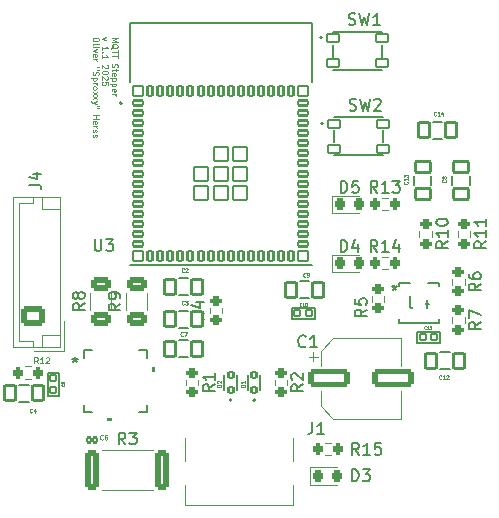
<source format=gto>
G04 #@! TF.GenerationSoftware,KiCad,Pcbnew,7.0.6*
G04 #@! TF.CreationDate,2025-03-26T20:14:53+01:00*
G04 #@! TF.ProjectId,Stepper ESP,53746570-7065-4722-9045-53502e6b6963,rev?*
G04 #@! TF.SameCoordinates,Original*
G04 #@! TF.FileFunction,Legend,Top*
G04 #@! TF.FilePolarity,Positive*
%FSLAX46Y46*%
G04 Gerber Fmt 4.6, Leading zero omitted, Abs format (unit mm)*
G04 Created by KiCad (PCBNEW 7.0.6) date 2025-03-26 20:14:53*
%MOMM*%
%LPD*%
G01*
G04 APERTURE LIST*
G04 Aperture macros list*
%AMRoundRect*
0 Rectangle with rounded corners*
0 $1 Rounding radius*
0 $2 $3 $4 $5 $6 $7 $8 $9 X,Y pos of 4 corners*
0 Add a 4 corners polygon primitive as box body*
4,1,4,$2,$3,$4,$5,$6,$7,$8,$9,$2,$3,0*
0 Add four circle primitives for the rounded corners*
1,1,$1+$1,$2,$3*
1,1,$1+$1,$4,$5*
1,1,$1+$1,$6,$7*
1,1,$1+$1,$8,$9*
0 Add four rect primitives between the rounded corners*
20,1,$1+$1,$2,$3,$4,$5,0*
20,1,$1+$1,$4,$5,$6,$7,0*
20,1,$1+$1,$6,$7,$8,$9,0*
20,1,$1+$1,$8,$9,$2,$3,0*%
G04 Aperture macros list end*
%ADD10C,0.062500*%
%ADD11C,0.150000*%
%ADD12C,0.125000*%
%ADD13C,0.080000*%
%ADD14C,0.060000*%
%ADD15C,0.098425*%
%ADD16C,0.152400*%
%ADD17C,0.127000*%
%ADD18C,0.200000*%
%ADD19C,0.120000*%
%ADD20C,0.010000*%
%ADD21R,0.625000X0.400000*%
%ADD22R,0.350000X0.275000*%
%ADD23R,1.100000X1.900000*%
%ADD24R,0.762000X0.254000*%
%ADD25R,0.254000X0.762000*%
%ADD26R,3.800000X3.800000*%
%ADD27RoundRect,0.102000X-0.400000X-0.200000X0.400000X-0.200000X0.400000X0.200000X-0.400000X0.200000X0*%
%ADD28RoundRect,0.102000X-0.200000X-0.400000X0.200000X-0.400000X0.200000X0.400000X-0.200000X0.400000X0*%
%ADD29RoundRect,0.102000X-0.600000X-0.600000X0.600000X-0.600000X0.600000X0.600000X-0.600000X0.600000X0*%
%ADD30RoundRect,0.102000X-0.400000X-0.400000X0.400000X-0.400000X0.400000X0.400000X-0.400000X0.400000X0*%
%ADD31RoundRect,0.102000X-0.525000X-0.325000X0.525000X-0.325000X0.525000X0.325000X-0.525000X0.325000X0*%
%ADD32RoundRect,0.200000X0.200000X0.275000X-0.200000X0.275000X-0.200000X-0.275000X0.200000X-0.275000X0*%
%ADD33RoundRect,0.200000X-0.200000X-0.275000X0.200000X-0.275000X0.200000X0.275000X-0.200000X0.275000X0*%
%ADD34RoundRect,0.200000X-0.275000X0.200000X-0.275000X-0.200000X0.275000X-0.200000X0.275000X0.200000X0*%
%ADD35RoundRect,0.250000X0.625000X-0.312500X0.625000X0.312500X-0.625000X0.312500X-0.625000X-0.312500X0*%
%ADD36RoundRect,0.200000X0.275000X-0.200000X0.275000X0.200000X-0.275000X0.200000X-0.275000X-0.200000X0*%
%ADD37RoundRect,0.250000X-0.362500X-1.425000X0.362500X-1.425000X0.362500X1.425000X-0.362500X1.425000X0*%
%ADD38O,1.000000X1.800000*%
%ADD39O,1.000000X2.100000*%
%ADD40R,0.600000X1.240000*%
%ADD41R,0.300000X1.240000*%
%ADD42C,0.650000*%
%ADD43RoundRect,0.218750X-0.218750X-0.256250X0.218750X-0.256250X0.218750X0.256250X-0.218750X0.256250X0*%
%ADD44RoundRect,0.102000X0.200000X-0.240000X0.200000X0.240000X-0.200000X0.240000X-0.200000X-0.240000X0*%
%ADD45RoundRect,0.102000X-0.450000X-0.650000X0.450000X-0.650000X0.450000X0.650000X-0.450000X0.650000X0*%
%ADD46RoundRect,0.102000X0.650000X-0.450000X0.650000X0.450000X-0.650000X0.450000X-0.650000X-0.450000X0*%
%ADD47RoundRect,0.102000X0.450000X0.650000X-0.450000X0.650000X-0.450000X-0.650000X0.450000X-0.650000X0*%
%ADD48RoundRect,0.102000X-0.250000X-0.250000X0.250000X-0.250000X0.250000X0.250000X-0.250000X0.250000X0*%
%ADD49RoundRect,0.102000X-0.190000X-0.200000X0.190000X-0.200000X0.190000X0.200000X-0.190000X0.200000X0*%
%ADD50RoundRect,0.102000X-0.250000X0.250000X-0.250000X-0.250000X0.250000X-0.250000X0.250000X0.250000X0*%
%ADD51RoundRect,0.250000X-1.500000X-0.550000X1.500000X-0.550000X1.500000X0.550000X-1.500000X0.550000X0*%
%ADD52RoundRect,0.250000X0.725000X-0.600000X0.725000X0.600000X-0.725000X0.600000X-0.725000X-0.600000X0*%
%ADD53O,1.950000X1.700000*%
G04 APERTURE END LIST*
D10*
X99674440Y-42410165D02*
X100174440Y-42410165D01*
X100174440Y-42410165D02*
X99817297Y-42576832D01*
X99817297Y-42576832D02*
X100174440Y-42743498D01*
X100174440Y-42743498D02*
X99674440Y-42743498D01*
X99626821Y-43314927D02*
X99650630Y-43267308D01*
X99650630Y-43267308D02*
X99698250Y-43219689D01*
X99698250Y-43219689D02*
X99769678Y-43148261D01*
X99769678Y-43148261D02*
X99793488Y-43100642D01*
X99793488Y-43100642D02*
X99793488Y-43053023D01*
X99674440Y-43076832D02*
X99698250Y-43029213D01*
X99698250Y-43029213D02*
X99745869Y-42981594D01*
X99745869Y-42981594D02*
X99841107Y-42957785D01*
X99841107Y-42957785D02*
X100007773Y-42957785D01*
X100007773Y-42957785D02*
X100103011Y-42981594D01*
X100103011Y-42981594D02*
X100150630Y-43029213D01*
X100150630Y-43029213D02*
X100174440Y-43076832D01*
X100174440Y-43076832D02*
X100174440Y-43172070D01*
X100174440Y-43172070D02*
X100150630Y-43219689D01*
X100150630Y-43219689D02*
X100103011Y-43267308D01*
X100103011Y-43267308D02*
X100007773Y-43291118D01*
X100007773Y-43291118D02*
X99841107Y-43291118D01*
X99841107Y-43291118D02*
X99745869Y-43267308D01*
X99745869Y-43267308D02*
X99698250Y-43219689D01*
X99698250Y-43219689D02*
X99674440Y-43172070D01*
X99674440Y-43172070D02*
X99674440Y-43076832D01*
X100174440Y-43433976D02*
X100174440Y-43719690D01*
X99674440Y-43576833D02*
X100174440Y-43576833D01*
X100174440Y-43814928D02*
X100174440Y-44100642D01*
X99674440Y-43957785D02*
X100174440Y-43957785D01*
X99698250Y-44624451D02*
X99674440Y-44695879D01*
X99674440Y-44695879D02*
X99674440Y-44814927D01*
X99674440Y-44814927D02*
X99698250Y-44862546D01*
X99698250Y-44862546D02*
X99722059Y-44886355D01*
X99722059Y-44886355D02*
X99769678Y-44910165D01*
X99769678Y-44910165D02*
X99817297Y-44910165D01*
X99817297Y-44910165D02*
X99864916Y-44886355D01*
X99864916Y-44886355D02*
X99888726Y-44862546D01*
X99888726Y-44862546D02*
X99912535Y-44814927D01*
X99912535Y-44814927D02*
X99936345Y-44719689D01*
X99936345Y-44719689D02*
X99960154Y-44672070D01*
X99960154Y-44672070D02*
X99983964Y-44648260D01*
X99983964Y-44648260D02*
X100031583Y-44624451D01*
X100031583Y-44624451D02*
X100079202Y-44624451D01*
X100079202Y-44624451D02*
X100126821Y-44648260D01*
X100126821Y-44648260D02*
X100150630Y-44672070D01*
X100150630Y-44672070D02*
X100174440Y-44719689D01*
X100174440Y-44719689D02*
X100174440Y-44838736D01*
X100174440Y-44838736D02*
X100150630Y-44910165D01*
X100007773Y-45053022D02*
X100007773Y-45243498D01*
X100174440Y-45124450D02*
X99745869Y-45124450D01*
X99745869Y-45124450D02*
X99698250Y-45148260D01*
X99698250Y-45148260D02*
X99674440Y-45195879D01*
X99674440Y-45195879D02*
X99674440Y-45243498D01*
X99698250Y-45600640D02*
X99674440Y-45553021D01*
X99674440Y-45553021D02*
X99674440Y-45457783D01*
X99674440Y-45457783D02*
X99698250Y-45410164D01*
X99698250Y-45410164D02*
X99745869Y-45386355D01*
X99745869Y-45386355D02*
X99936345Y-45386355D01*
X99936345Y-45386355D02*
X99983964Y-45410164D01*
X99983964Y-45410164D02*
X100007773Y-45457783D01*
X100007773Y-45457783D02*
X100007773Y-45553021D01*
X100007773Y-45553021D02*
X99983964Y-45600640D01*
X99983964Y-45600640D02*
X99936345Y-45624450D01*
X99936345Y-45624450D02*
X99888726Y-45624450D01*
X99888726Y-45624450D02*
X99841107Y-45386355D01*
X100007773Y-45838735D02*
X99507773Y-45838735D01*
X99983964Y-45838735D02*
X100007773Y-45886354D01*
X100007773Y-45886354D02*
X100007773Y-45981592D01*
X100007773Y-45981592D02*
X99983964Y-46029211D01*
X99983964Y-46029211D02*
X99960154Y-46053021D01*
X99960154Y-46053021D02*
X99912535Y-46076830D01*
X99912535Y-46076830D02*
X99769678Y-46076830D01*
X99769678Y-46076830D02*
X99722059Y-46053021D01*
X99722059Y-46053021D02*
X99698250Y-46029211D01*
X99698250Y-46029211D02*
X99674440Y-45981592D01*
X99674440Y-45981592D02*
X99674440Y-45886354D01*
X99674440Y-45886354D02*
X99698250Y-45838735D01*
X100007773Y-46291116D02*
X99507773Y-46291116D01*
X99983964Y-46291116D02*
X100007773Y-46338735D01*
X100007773Y-46338735D02*
X100007773Y-46433973D01*
X100007773Y-46433973D02*
X99983964Y-46481592D01*
X99983964Y-46481592D02*
X99960154Y-46505402D01*
X99960154Y-46505402D02*
X99912535Y-46529211D01*
X99912535Y-46529211D02*
X99769678Y-46529211D01*
X99769678Y-46529211D02*
X99722059Y-46505402D01*
X99722059Y-46505402D02*
X99698250Y-46481592D01*
X99698250Y-46481592D02*
X99674440Y-46433973D01*
X99674440Y-46433973D02*
X99674440Y-46338735D01*
X99674440Y-46338735D02*
X99698250Y-46291116D01*
X99698250Y-46933973D02*
X99674440Y-46886354D01*
X99674440Y-46886354D02*
X99674440Y-46791116D01*
X99674440Y-46791116D02*
X99698250Y-46743497D01*
X99698250Y-46743497D02*
X99745869Y-46719688D01*
X99745869Y-46719688D02*
X99936345Y-46719688D01*
X99936345Y-46719688D02*
X99983964Y-46743497D01*
X99983964Y-46743497D02*
X100007773Y-46791116D01*
X100007773Y-46791116D02*
X100007773Y-46886354D01*
X100007773Y-46886354D02*
X99983964Y-46933973D01*
X99983964Y-46933973D02*
X99936345Y-46957783D01*
X99936345Y-46957783D02*
X99888726Y-46957783D01*
X99888726Y-46957783D02*
X99841107Y-46719688D01*
X99674440Y-47172068D02*
X100007773Y-47172068D01*
X99912535Y-47172068D02*
X99960154Y-47195878D01*
X99960154Y-47195878D02*
X99983964Y-47219687D01*
X99983964Y-47219687D02*
X100007773Y-47267306D01*
X100007773Y-47267306D02*
X100007773Y-47314925D01*
X99202773Y-42362546D02*
X98869440Y-42481594D01*
X98869440Y-42481594D02*
X99202773Y-42600641D01*
X98869440Y-43433974D02*
X98869440Y-43148260D01*
X98869440Y-43291117D02*
X99369440Y-43291117D01*
X99369440Y-43291117D02*
X99298011Y-43243498D01*
X99298011Y-43243498D02*
X99250392Y-43195879D01*
X99250392Y-43195879D02*
X99226583Y-43148260D01*
X98917059Y-43648259D02*
X98893250Y-43672069D01*
X98893250Y-43672069D02*
X98869440Y-43648259D01*
X98869440Y-43648259D02*
X98893250Y-43624450D01*
X98893250Y-43624450D02*
X98917059Y-43648259D01*
X98917059Y-43648259D02*
X98869440Y-43648259D01*
X98869440Y-44148259D02*
X98869440Y-43862545D01*
X98869440Y-44005402D02*
X99369440Y-44005402D01*
X99369440Y-44005402D02*
X99298011Y-43957783D01*
X99298011Y-43957783D02*
X99250392Y-43910164D01*
X99250392Y-43910164D02*
X99226583Y-43862545D01*
X99321821Y-44719687D02*
X99345630Y-44743496D01*
X99345630Y-44743496D02*
X99369440Y-44791115D01*
X99369440Y-44791115D02*
X99369440Y-44910163D01*
X99369440Y-44910163D02*
X99345630Y-44957782D01*
X99345630Y-44957782D02*
X99321821Y-44981591D01*
X99321821Y-44981591D02*
X99274202Y-45005401D01*
X99274202Y-45005401D02*
X99226583Y-45005401D01*
X99226583Y-45005401D02*
X99155154Y-44981591D01*
X99155154Y-44981591D02*
X98869440Y-44695877D01*
X98869440Y-44695877D02*
X98869440Y-45005401D01*
X99369440Y-45314924D02*
X99369440Y-45362543D01*
X99369440Y-45362543D02*
X99345630Y-45410162D01*
X99345630Y-45410162D02*
X99321821Y-45433972D01*
X99321821Y-45433972D02*
X99274202Y-45457781D01*
X99274202Y-45457781D02*
X99178964Y-45481591D01*
X99178964Y-45481591D02*
X99059916Y-45481591D01*
X99059916Y-45481591D02*
X98964678Y-45457781D01*
X98964678Y-45457781D02*
X98917059Y-45433972D01*
X98917059Y-45433972D02*
X98893250Y-45410162D01*
X98893250Y-45410162D02*
X98869440Y-45362543D01*
X98869440Y-45362543D02*
X98869440Y-45314924D01*
X98869440Y-45314924D02*
X98893250Y-45267305D01*
X98893250Y-45267305D02*
X98917059Y-45243496D01*
X98917059Y-45243496D02*
X98964678Y-45219686D01*
X98964678Y-45219686D02*
X99059916Y-45195877D01*
X99059916Y-45195877D02*
X99178964Y-45195877D01*
X99178964Y-45195877D02*
X99274202Y-45219686D01*
X99274202Y-45219686D02*
X99321821Y-45243496D01*
X99321821Y-45243496D02*
X99345630Y-45267305D01*
X99345630Y-45267305D02*
X99369440Y-45314924D01*
X99321821Y-45672067D02*
X99345630Y-45695876D01*
X99345630Y-45695876D02*
X99369440Y-45743495D01*
X99369440Y-45743495D02*
X99369440Y-45862543D01*
X99369440Y-45862543D02*
X99345630Y-45910162D01*
X99345630Y-45910162D02*
X99321821Y-45933971D01*
X99321821Y-45933971D02*
X99274202Y-45957781D01*
X99274202Y-45957781D02*
X99226583Y-45957781D01*
X99226583Y-45957781D02*
X99155154Y-45933971D01*
X99155154Y-45933971D02*
X98869440Y-45648257D01*
X98869440Y-45648257D02*
X98869440Y-45957781D01*
X99369440Y-46410161D02*
X99369440Y-46172066D01*
X99369440Y-46172066D02*
X99131345Y-46148257D01*
X99131345Y-46148257D02*
X99155154Y-46172066D01*
X99155154Y-46172066D02*
X99178964Y-46219685D01*
X99178964Y-46219685D02*
X99178964Y-46338733D01*
X99178964Y-46338733D02*
X99155154Y-46386352D01*
X99155154Y-46386352D02*
X99131345Y-46410161D01*
X99131345Y-46410161D02*
X99083726Y-46433971D01*
X99083726Y-46433971D02*
X98964678Y-46433971D01*
X98964678Y-46433971D02*
X98917059Y-46410161D01*
X98917059Y-46410161D02*
X98893250Y-46386352D01*
X98893250Y-46386352D02*
X98869440Y-46338733D01*
X98869440Y-46338733D02*
X98869440Y-46219685D01*
X98869440Y-46219685D02*
X98893250Y-46172066D01*
X98893250Y-46172066D02*
X98917059Y-46148257D01*
X98564440Y-42505403D02*
X98564440Y-42600641D01*
X98564440Y-42600641D02*
X98540630Y-42648260D01*
X98540630Y-42648260D02*
X98493011Y-42695879D01*
X98493011Y-42695879D02*
X98397773Y-42719689D01*
X98397773Y-42719689D02*
X98231107Y-42719689D01*
X98231107Y-42719689D02*
X98135869Y-42695879D01*
X98135869Y-42695879D02*
X98088250Y-42648260D01*
X98088250Y-42648260D02*
X98064440Y-42600641D01*
X98064440Y-42600641D02*
X98064440Y-42505403D01*
X98064440Y-42505403D02*
X98088250Y-42457784D01*
X98088250Y-42457784D02*
X98135869Y-42410165D01*
X98135869Y-42410165D02*
X98231107Y-42386356D01*
X98231107Y-42386356D02*
X98397773Y-42386356D01*
X98397773Y-42386356D02*
X98493011Y-42410165D01*
X98493011Y-42410165D02*
X98540630Y-42457784D01*
X98540630Y-42457784D02*
X98564440Y-42505403D01*
X98064440Y-43005404D02*
X98088250Y-42957785D01*
X98088250Y-42957785D02*
X98135869Y-42933975D01*
X98135869Y-42933975D02*
X98564440Y-42933975D01*
X98064440Y-43195880D02*
X98397773Y-43195880D01*
X98564440Y-43195880D02*
X98540630Y-43172071D01*
X98540630Y-43172071D02*
X98516821Y-43195880D01*
X98516821Y-43195880D02*
X98540630Y-43219690D01*
X98540630Y-43219690D02*
X98564440Y-43195880D01*
X98564440Y-43195880D02*
X98516821Y-43195880D01*
X98397773Y-43386356D02*
X98064440Y-43505404D01*
X98064440Y-43505404D02*
X98397773Y-43624451D01*
X98088250Y-44005403D02*
X98064440Y-43957784D01*
X98064440Y-43957784D02*
X98064440Y-43862546D01*
X98064440Y-43862546D02*
X98088250Y-43814927D01*
X98088250Y-43814927D02*
X98135869Y-43791118D01*
X98135869Y-43791118D02*
X98326345Y-43791118D01*
X98326345Y-43791118D02*
X98373964Y-43814927D01*
X98373964Y-43814927D02*
X98397773Y-43862546D01*
X98397773Y-43862546D02*
X98397773Y-43957784D01*
X98397773Y-43957784D02*
X98373964Y-44005403D01*
X98373964Y-44005403D02*
X98326345Y-44029213D01*
X98326345Y-44029213D02*
X98278726Y-44029213D01*
X98278726Y-44029213D02*
X98231107Y-43791118D01*
X98064440Y-44243498D02*
X98397773Y-44243498D01*
X98302535Y-44243498D02*
X98350154Y-44267308D01*
X98350154Y-44267308D02*
X98373964Y-44291117D01*
X98373964Y-44291117D02*
X98397773Y-44338736D01*
X98397773Y-44338736D02*
X98397773Y-44386355D01*
X98564440Y-44910165D02*
X98469202Y-44910165D01*
X98564440Y-45100641D02*
X98469202Y-45100641D01*
X98088250Y-45291117D02*
X98064440Y-45362545D01*
X98064440Y-45362545D02*
X98064440Y-45481593D01*
X98064440Y-45481593D02*
X98088250Y-45529212D01*
X98088250Y-45529212D02*
X98112059Y-45553021D01*
X98112059Y-45553021D02*
X98159678Y-45576831D01*
X98159678Y-45576831D02*
X98207297Y-45576831D01*
X98207297Y-45576831D02*
X98254916Y-45553021D01*
X98254916Y-45553021D02*
X98278726Y-45529212D01*
X98278726Y-45529212D02*
X98302535Y-45481593D01*
X98302535Y-45481593D02*
X98326345Y-45386355D01*
X98326345Y-45386355D02*
X98350154Y-45338736D01*
X98350154Y-45338736D02*
X98373964Y-45314926D01*
X98373964Y-45314926D02*
X98421583Y-45291117D01*
X98421583Y-45291117D02*
X98469202Y-45291117D01*
X98469202Y-45291117D02*
X98516821Y-45314926D01*
X98516821Y-45314926D02*
X98540630Y-45338736D01*
X98540630Y-45338736D02*
X98564440Y-45386355D01*
X98564440Y-45386355D02*
X98564440Y-45505402D01*
X98564440Y-45505402D02*
X98540630Y-45576831D01*
X98397773Y-45791116D02*
X97897773Y-45791116D01*
X98373964Y-45791116D02*
X98397773Y-45838735D01*
X98397773Y-45838735D02*
X98397773Y-45933973D01*
X98397773Y-45933973D02*
X98373964Y-45981592D01*
X98373964Y-45981592D02*
X98350154Y-46005402D01*
X98350154Y-46005402D02*
X98302535Y-46029211D01*
X98302535Y-46029211D02*
X98159678Y-46029211D01*
X98159678Y-46029211D02*
X98112059Y-46005402D01*
X98112059Y-46005402D02*
X98088250Y-45981592D01*
X98088250Y-45981592D02*
X98064440Y-45933973D01*
X98064440Y-45933973D02*
X98064440Y-45838735D01*
X98064440Y-45838735D02*
X98088250Y-45791116D01*
X98064440Y-46243497D02*
X98397773Y-46243497D01*
X98302535Y-46243497D02*
X98350154Y-46267307D01*
X98350154Y-46267307D02*
X98373964Y-46291116D01*
X98373964Y-46291116D02*
X98397773Y-46338735D01*
X98397773Y-46338735D02*
X98397773Y-46386354D01*
X98064440Y-46624450D02*
X98088250Y-46576831D01*
X98088250Y-46576831D02*
X98112059Y-46553021D01*
X98112059Y-46553021D02*
X98159678Y-46529212D01*
X98159678Y-46529212D02*
X98302535Y-46529212D01*
X98302535Y-46529212D02*
X98350154Y-46553021D01*
X98350154Y-46553021D02*
X98373964Y-46576831D01*
X98373964Y-46576831D02*
X98397773Y-46624450D01*
X98397773Y-46624450D02*
X98397773Y-46695878D01*
X98397773Y-46695878D02*
X98373964Y-46743497D01*
X98373964Y-46743497D02*
X98350154Y-46767307D01*
X98350154Y-46767307D02*
X98302535Y-46791116D01*
X98302535Y-46791116D02*
X98159678Y-46791116D01*
X98159678Y-46791116D02*
X98112059Y-46767307D01*
X98112059Y-46767307D02*
X98088250Y-46743497D01*
X98088250Y-46743497D02*
X98064440Y-46695878D01*
X98064440Y-46695878D02*
X98064440Y-46624450D01*
X98064440Y-46957783D02*
X98397773Y-47219688D01*
X98397773Y-46957783D02*
X98064440Y-47219688D01*
X98064440Y-47362545D02*
X98397773Y-47624450D01*
X98397773Y-47362545D02*
X98064440Y-47624450D01*
X98397773Y-47767307D02*
X98064440Y-47886355D01*
X98397773Y-48005402D02*
X98064440Y-47886355D01*
X98064440Y-47886355D02*
X97945392Y-47838736D01*
X97945392Y-47838736D02*
X97921583Y-47814926D01*
X97921583Y-47814926D02*
X97897773Y-47767307D01*
X98564440Y-48172069D02*
X98469202Y-48172069D01*
X98564440Y-48362545D02*
X98469202Y-48362545D01*
X98064440Y-48957782D02*
X98564440Y-48957782D01*
X98326345Y-48957782D02*
X98326345Y-49243496D01*
X98064440Y-49243496D02*
X98564440Y-49243496D01*
X98088250Y-49672068D02*
X98064440Y-49624449D01*
X98064440Y-49624449D02*
X98064440Y-49529211D01*
X98064440Y-49529211D02*
X98088250Y-49481592D01*
X98088250Y-49481592D02*
X98135869Y-49457783D01*
X98135869Y-49457783D02*
X98326345Y-49457783D01*
X98326345Y-49457783D02*
X98373964Y-49481592D01*
X98373964Y-49481592D02*
X98397773Y-49529211D01*
X98397773Y-49529211D02*
X98397773Y-49624449D01*
X98397773Y-49624449D02*
X98373964Y-49672068D01*
X98373964Y-49672068D02*
X98326345Y-49695878D01*
X98326345Y-49695878D02*
X98278726Y-49695878D01*
X98278726Y-49695878D02*
X98231107Y-49457783D01*
X98064440Y-49910163D02*
X98397773Y-49910163D01*
X98302535Y-49910163D02*
X98350154Y-49933973D01*
X98350154Y-49933973D02*
X98373964Y-49957782D01*
X98373964Y-49957782D02*
X98397773Y-50005401D01*
X98397773Y-50005401D02*
X98397773Y-50053020D01*
X98088250Y-50195878D02*
X98064440Y-50243497D01*
X98064440Y-50243497D02*
X98064440Y-50338735D01*
X98064440Y-50338735D02*
X98088250Y-50386354D01*
X98088250Y-50386354D02*
X98135869Y-50410163D01*
X98135869Y-50410163D02*
X98159678Y-50410163D01*
X98159678Y-50410163D02*
X98207297Y-50386354D01*
X98207297Y-50386354D02*
X98231107Y-50338735D01*
X98231107Y-50338735D02*
X98231107Y-50267306D01*
X98231107Y-50267306D02*
X98254916Y-50219687D01*
X98254916Y-50219687D02*
X98302535Y-50195878D01*
X98302535Y-50195878D02*
X98326345Y-50195878D01*
X98326345Y-50195878D02*
X98373964Y-50219687D01*
X98373964Y-50219687D02*
X98397773Y-50267306D01*
X98397773Y-50267306D02*
X98397773Y-50338735D01*
X98397773Y-50338735D02*
X98373964Y-50386354D01*
X98088250Y-50600640D02*
X98064440Y-50648259D01*
X98064440Y-50648259D02*
X98064440Y-50743497D01*
X98064440Y-50743497D02*
X98088250Y-50791116D01*
X98088250Y-50791116D02*
X98135869Y-50814925D01*
X98135869Y-50814925D02*
X98159678Y-50814925D01*
X98159678Y-50814925D02*
X98207297Y-50791116D01*
X98207297Y-50791116D02*
X98231107Y-50743497D01*
X98231107Y-50743497D02*
X98231107Y-50672068D01*
X98231107Y-50672068D02*
X98254916Y-50624449D01*
X98254916Y-50624449D02*
X98302535Y-50600640D01*
X98302535Y-50600640D02*
X98326345Y-50600640D01*
X98326345Y-50600640D02*
X98373964Y-50624449D01*
X98373964Y-50624449D02*
X98397773Y-50672068D01*
X98397773Y-50672068D02*
X98397773Y-50743497D01*
X98397773Y-50743497D02*
X98373964Y-50791116D01*
D11*
X124913095Y-64291819D02*
X124913095Y-65101342D01*
X124913095Y-65101342D02*
X124960714Y-65196580D01*
X124960714Y-65196580D02*
X125008333Y-65244200D01*
X125008333Y-65244200D02*
X125103571Y-65291819D01*
X125103571Y-65291819D02*
X125294047Y-65291819D01*
X125294047Y-65291819D02*
X125389285Y-65244200D01*
X125389285Y-65244200D02*
X125436904Y-65196580D01*
X125436904Y-65196580D02*
X125484523Y-65101342D01*
X125484523Y-65101342D02*
X125484523Y-64291819D01*
X126389285Y-64625152D02*
X126389285Y-65291819D01*
X126151190Y-64244200D02*
X125913095Y-64958485D01*
X125913095Y-64958485D02*
X126532142Y-64958485D01*
X123615000Y-63316819D02*
X123615000Y-63554914D01*
X123376905Y-63459676D02*
X123615000Y-63554914D01*
X123615000Y-63554914D02*
X123853095Y-63459676D01*
X123472143Y-63745390D02*
X123615000Y-63554914D01*
X123615000Y-63554914D02*
X123757857Y-63745390D01*
X123615000Y-63316819D02*
X123615000Y-63554914D01*
X123376905Y-63459676D02*
X123615000Y-63554914D01*
X123615000Y-63554914D02*
X123853095Y-63459676D01*
X123472143Y-63745390D02*
X123615000Y-63554914D01*
X123615000Y-63554914D02*
X123757857Y-63745390D01*
X99238095Y-70954819D02*
X99238095Y-71764342D01*
X99238095Y-71764342D02*
X99285714Y-71859580D01*
X99285714Y-71859580D02*
X99333333Y-71907200D01*
X99333333Y-71907200D02*
X99428571Y-71954819D01*
X99428571Y-71954819D02*
X99619047Y-71954819D01*
X99619047Y-71954819D02*
X99714285Y-71907200D01*
X99714285Y-71907200D02*
X99761904Y-71859580D01*
X99761904Y-71859580D02*
X99809523Y-71764342D01*
X99809523Y-71764342D02*
X99809523Y-70954819D01*
X100238095Y-71050057D02*
X100285714Y-71002438D01*
X100285714Y-71002438D02*
X100380952Y-70954819D01*
X100380952Y-70954819D02*
X100619047Y-70954819D01*
X100619047Y-70954819D02*
X100714285Y-71002438D01*
X100714285Y-71002438D02*
X100761904Y-71050057D01*
X100761904Y-71050057D02*
X100809523Y-71145295D01*
X100809523Y-71145295D02*
X100809523Y-71240533D01*
X100809523Y-71240533D02*
X100761904Y-71383390D01*
X100761904Y-71383390D02*
X100190476Y-71954819D01*
X100190476Y-71954819D02*
X100809523Y-71954819D01*
X96558300Y-69454819D02*
X96558300Y-69692914D01*
X96320205Y-69597676D02*
X96558300Y-69692914D01*
X96558300Y-69692914D02*
X96796395Y-69597676D01*
X96415443Y-69883390D02*
X96558300Y-69692914D01*
X96558300Y-69692914D02*
X96701157Y-69883390D01*
X96558300Y-69454819D02*
X96558300Y-69692914D01*
X96320205Y-69597676D02*
X96558300Y-69692914D01*
X96558300Y-69692914D02*
X96796395Y-69597676D01*
X96415443Y-69883390D02*
X96558300Y-69692914D01*
X96558300Y-69692914D02*
X96701157Y-69883390D01*
X98238095Y-59454819D02*
X98238095Y-60264342D01*
X98238095Y-60264342D02*
X98285714Y-60359580D01*
X98285714Y-60359580D02*
X98333333Y-60407200D01*
X98333333Y-60407200D02*
X98428571Y-60454819D01*
X98428571Y-60454819D02*
X98619047Y-60454819D01*
X98619047Y-60454819D02*
X98714285Y-60407200D01*
X98714285Y-60407200D02*
X98761904Y-60359580D01*
X98761904Y-60359580D02*
X98809523Y-60264342D01*
X98809523Y-60264342D02*
X98809523Y-59454819D01*
X99190476Y-59454819D02*
X99809523Y-59454819D01*
X99809523Y-59454819D02*
X99476190Y-59835771D01*
X99476190Y-59835771D02*
X99619047Y-59835771D01*
X99619047Y-59835771D02*
X99714285Y-59883390D01*
X99714285Y-59883390D02*
X99761904Y-59931009D01*
X99761904Y-59931009D02*
X99809523Y-60026247D01*
X99809523Y-60026247D02*
X99809523Y-60264342D01*
X99809523Y-60264342D02*
X99761904Y-60359580D01*
X99761904Y-60359580D02*
X99714285Y-60407200D01*
X99714285Y-60407200D02*
X99619047Y-60454819D01*
X99619047Y-60454819D02*
X99333333Y-60454819D01*
X99333333Y-60454819D02*
X99238095Y-60407200D01*
X99238095Y-60407200D02*
X99190476Y-60359580D01*
X119816667Y-48522200D02*
X119959524Y-48569819D01*
X119959524Y-48569819D02*
X120197619Y-48569819D01*
X120197619Y-48569819D02*
X120292857Y-48522200D01*
X120292857Y-48522200D02*
X120340476Y-48474580D01*
X120340476Y-48474580D02*
X120388095Y-48379342D01*
X120388095Y-48379342D02*
X120388095Y-48284104D01*
X120388095Y-48284104D02*
X120340476Y-48188866D01*
X120340476Y-48188866D02*
X120292857Y-48141247D01*
X120292857Y-48141247D02*
X120197619Y-48093628D01*
X120197619Y-48093628D02*
X120007143Y-48046009D01*
X120007143Y-48046009D02*
X119911905Y-47998390D01*
X119911905Y-47998390D02*
X119864286Y-47950771D01*
X119864286Y-47950771D02*
X119816667Y-47855533D01*
X119816667Y-47855533D02*
X119816667Y-47760295D01*
X119816667Y-47760295D02*
X119864286Y-47665057D01*
X119864286Y-47665057D02*
X119911905Y-47617438D01*
X119911905Y-47617438D02*
X120007143Y-47569819D01*
X120007143Y-47569819D02*
X120245238Y-47569819D01*
X120245238Y-47569819D02*
X120388095Y-47617438D01*
X120721429Y-47569819D02*
X120959524Y-48569819D01*
X120959524Y-48569819D02*
X121150000Y-47855533D01*
X121150000Y-47855533D02*
X121340476Y-48569819D01*
X121340476Y-48569819D02*
X121578572Y-47569819D01*
X121911905Y-47665057D02*
X121959524Y-47617438D01*
X121959524Y-47617438D02*
X122054762Y-47569819D01*
X122054762Y-47569819D02*
X122292857Y-47569819D01*
X122292857Y-47569819D02*
X122388095Y-47617438D01*
X122388095Y-47617438D02*
X122435714Y-47665057D01*
X122435714Y-47665057D02*
X122483333Y-47760295D01*
X122483333Y-47760295D02*
X122483333Y-47855533D01*
X122483333Y-47855533D02*
X122435714Y-47998390D01*
X122435714Y-47998390D02*
X121864286Y-48569819D01*
X121864286Y-48569819D02*
X122483333Y-48569819D01*
X119741667Y-41272200D02*
X119884524Y-41319819D01*
X119884524Y-41319819D02*
X120122619Y-41319819D01*
X120122619Y-41319819D02*
X120217857Y-41272200D01*
X120217857Y-41272200D02*
X120265476Y-41224580D01*
X120265476Y-41224580D02*
X120313095Y-41129342D01*
X120313095Y-41129342D02*
X120313095Y-41034104D01*
X120313095Y-41034104D02*
X120265476Y-40938866D01*
X120265476Y-40938866D02*
X120217857Y-40891247D01*
X120217857Y-40891247D02*
X120122619Y-40843628D01*
X120122619Y-40843628D02*
X119932143Y-40796009D01*
X119932143Y-40796009D02*
X119836905Y-40748390D01*
X119836905Y-40748390D02*
X119789286Y-40700771D01*
X119789286Y-40700771D02*
X119741667Y-40605533D01*
X119741667Y-40605533D02*
X119741667Y-40510295D01*
X119741667Y-40510295D02*
X119789286Y-40415057D01*
X119789286Y-40415057D02*
X119836905Y-40367438D01*
X119836905Y-40367438D02*
X119932143Y-40319819D01*
X119932143Y-40319819D02*
X120170238Y-40319819D01*
X120170238Y-40319819D02*
X120313095Y-40367438D01*
X120646429Y-40319819D02*
X120884524Y-41319819D01*
X120884524Y-41319819D02*
X121075000Y-40605533D01*
X121075000Y-40605533D02*
X121265476Y-41319819D01*
X121265476Y-41319819D02*
X121503572Y-40319819D01*
X122408333Y-41319819D02*
X121836905Y-41319819D01*
X122122619Y-41319819D02*
X122122619Y-40319819D01*
X122122619Y-40319819D02*
X122027381Y-40462676D01*
X122027381Y-40462676D02*
X121932143Y-40557914D01*
X121932143Y-40557914D02*
X121836905Y-40605533D01*
X120607142Y-77704819D02*
X120273809Y-77228628D01*
X120035714Y-77704819D02*
X120035714Y-76704819D01*
X120035714Y-76704819D02*
X120416666Y-76704819D01*
X120416666Y-76704819D02*
X120511904Y-76752438D01*
X120511904Y-76752438D02*
X120559523Y-76800057D01*
X120559523Y-76800057D02*
X120607142Y-76895295D01*
X120607142Y-76895295D02*
X120607142Y-77038152D01*
X120607142Y-77038152D02*
X120559523Y-77133390D01*
X120559523Y-77133390D02*
X120511904Y-77181009D01*
X120511904Y-77181009D02*
X120416666Y-77228628D01*
X120416666Y-77228628D02*
X120035714Y-77228628D01*
X121559523Y-77704819D02*
X120988095Y-77704819D01*
X121273809Y-77704819D02*
X121273809Y-76704819D01*
X121273809Y-76704819D02*
X121178571Y-76847676D01*
X121178571Y-76847676D02*
X121083333Y-76942914D01*
X121083333Y-76942914D02*
X120988095Y-76990533D01*
X122464285Y-76704819D02*
X121988095Y-76704819D01*
X121988095Y-76704819D02*
X121940476Y-77181009D01*
X121940476Y-77181009D02*
X121988095Y-77133390D01*
X121988095Y-77133390D02*
X122083333Y-77085771D01*
X122083333Y-77085771D02*
X122321428Y-77085771D01*
X122321428Y-77085771D02*
X122416666Y-77133390D01*
X122416666Y-77133390D02*
X122464285Y-77181009D01*
X122464285Y-77181009D02*
X122511904Y-77276247D01*
X122511904Y-77276247D02*
X122511904Y-77514342D01*
X122511904Y-77514342D02*
X122464285Y-77609580D01*
X122464285Y-77609580D02*
X122416666Y-77657200D01*
X122416666Y-77657200D02*
X122321428Y-77704819D01*
X122321428Y-77704819D02*
X122083333Y-77704819D01*
X122083333Y-77704819D02*
X121988095Y-77657200D01*
X121988095Y-77657200D02*
X121940476Y-77609580D01*
X122167142Y-60524819D02*
X121833809Y-60048628D01*
X121595714Y-60524819D02*
X121595714Y-59524819D01*
X121595714Y-59524819D02*
X121976666Y-59524819D01*
X121976666Y-59524819D02*
X122071904Y-59572438D01*
X122071904Y-59572438D02*
X122119523Y-59620057D01*
X122119523Y-59620057D02*
X122167142Y-59715295D01*
X122167142Y-59715295D02*
X122167142Y-59858152D01*
X122167142Y-59858152D02*
X122119523Y-59953390D01*
X122119523Y-59953390D02*
X122071904Y-60001009D01*
X122071904Y-60001009D02*
X121976666Y-60048628D01*
X121976666Y-60048628D02*
X121595714Y-60048628D01*
X123119523Y-60524819D02*
X122548095Y-60524819D01*
X122833809Y-60524819D02*
X122833809Y-59524819D01*
X122833809Y-59524819D02*
X122738571Y-59667676D01*
X122738571Y-59667676D02*
X122643333Y-59762914D01*
X122643333Y-59762914D02*
X122548095Y-59810533D01*
X123976666Y-59858152D02*
X123976666Y-60524819D01*
X123738571Y-59477200D02*
X123500476Y-60191485D01*
X123500476Y-60191485D02*
X124119523Y-60191485D01*
X122167142Y-55524819D02*
X121833809Y-55048628D01*
X121595714Y-55524819D02*
X121595714Y-54524819D01*
X121595714Y-54524819D02*
X121976666Y-54524819D01*
X121976666Y-54524819D02*
X122071904Y-54572438D01*
X122071904Y-54572438D02*
X122119523Y-54620057D01*
X122119523Y-54620057D02*
X122167142Y-54715295D01*
X122167142Y-54715295D02*
X122167142Y-54858152D01*
X122167142Y-54858152D02*
X122119523Y-54953390D01*
X122119523Y-54953390D02*
X122071904Y-55001009D01*
X122071904Y-55001009D02*
X121976666Y-55048628D01*
X121976666Y-55048628D02*
X121595714Y-55048628D01*
X123119523Y-55524819D02*
X122548095Y-55524819D01*
X122833809Y-55524819D02*
X122833809Y-54524819D01*
X122833809Y-54524819D02*
X122738571Y-54667676D01*
X122738571Y-54667676D02*
X122643333Y-54762914D01*
X122643333Y-54762914D02*
X122548095Y-54810533D01*
X123452857Y-54524819D02*
X124071904Y-54524819D01*
X124071904Y-54524819D02*
X123738571Y-54905771D01*
X123738571Y-54905771D02*
X123881428Y-54905771D01*
X123881428Y-54905771D02*
X123976666Y-54953390D01*
X123976666Y-54953390D02*
X124024285Y-55001009D01*
X124024285Y-55001009D02*
X124071904Y-55096247D01*
X124071904Y-55096247D02*
X124071904Y-55334342D01*
X124071904Y-55334342D02*
X124024285Y-55429580D01*
X124024285Y-55429580D02*
X123976666Y-55477200D01*
X123976666Y-55477200D02*
X123881428Y-55524819D01*
X123881428Y-55524819D02*
X123595714Y-55524819D01*
X123595714Y-55524819D02*
X123500476Y-55477200D01*
X123500476Y-55477200D02*
X123452857Y-55429580D01*
D12*
X93428571Y-69974809D02*
X93261905Y-69736714D01*
X93142857Y-69974809D02*
X93142857Y-69474809D01*
X93142857Y-69474809D02*
X93333333Y-69474809D01*
X93333333Y-69474809D02*
X93380952Y-69498619D01*
X93380952Y-69498619D02*
X93404762Y-69522428D01*
X93404762Y-69522428D02*
X93428571Y-69570047D01*
X93428571Y-69570047D02*
X93428571Y-69641476D01*
X93428571Y-69641476D02*
X93404762Y-69689095D01*
X93404762Y-69689095D02*
X93380952Y-69712904D01*
X93380952Y-69712904D02*
X93333333Y-69736714D01*
X93333333Y-69736714D02*
X93142857Y-69736714D01*
X93904762Y-69974809D02*
X93619048Y-69974809D01*
X93761905Y-69974809D02*
X93761905Y-69474809D01*
X93761905Y-69474809D02*
X93714286Y-69546238D01*
X93714286Y-69546238D02*
X93666667Y-69593857D01*
X93666667Y-69593857D02*
X93619048Y-69617666D01*
X94095238Y-69522428D02*
X94119047Y-69498619D01*
X94119047Y-69498619D02*
X94166666Y-69474809D01*
X94166666Y-69474809D02*
X94285714Y-69474809D01*
X94285714Y-69474809D02*
X94333333Y-69498619D01*
X94333333Y-69498619D02*
X94357142Y-69522428D01*
X94357142Y-69522428D02*
X94380952Y-69570047D01*
X94380952Y-69570047D02*
X94380952Y-69617666D01*
X94380952Y-69617666D02*
X94357142Y-69689095D01*
X94357142Y-69689095D02*
X94071428Y-69974809D01*
X94071428Y-69974809D02*
X94380952Y-69974809D01*
D11*
X131384819Y-59642857D02*
X130908628Y-59976190D01*
X131384819Y-60214285D02*
X130384819Y-60214285D01*
X130384819Y-60214285D02*
X130384819Y-59833333D01*
X130384819Y-59833333D02*
X130432438Y-59738095D01*
X130432438Y-59738095D02*
X130480057Y-59690476D01*
X130480057Y-59690476D02*
X130575295Y-59642857D01*
X130575295Y-59642857D02*
X130718152Y-59642857D01*
X130718152Y-59642857D02*
X130813390Y-59690476D01*
X130813390Y-59690476D02*
X130861009Y-59738095D01*
X130861009Y-59738095D02*
X130908628Y-59833333D01*
X130908628Y-59833333D02*
X130908628Y-60214285D01*
X131384819Y-58690476D02*
X131384819Y-59261904D01*
X131384819Y-58976190D02*
X130384819Y-58976190D01*
X130384819Y-58976190D02*
X130527676Y-59071428D01*
X130527676Y-59071428D02*
X130622914Y-59166666D01*
X130622914Y-59166666D02*
X130670533Y-59261904D01*
X131384819Y-57738095D02*
X131384819Y-58309523D01*
X131384819Y-58023809D02*
X130384819Y-58023809D01*
X130384819Y-58023809D02*
X130527676Y-58119047D01*
X130527676Y-58119047D02*
X130622914Y-58214285D01*
X130622914Y-58214285D02*
X130670533Y-58309523D01*
X128134819Y-59642857D02*
X127658628Y-59976190D01*
X128134819Y-60214285D02*
X127134819Y-60214285D01*
X127134819Y-60214285D02*
X127134819Y-59833333D01*
X127134819Y-59833333D02*
X127182438Y-59738095D01*
X127182438Y-59738095D02*
X127230057Y-59690476D01*
X127230057Y-59690476D02*
X127325295Y-59642857D01*
X127325295Y-59642857D02*
X127468152Y-59642857D01*
X127468152Y-59642857D02*
X127563390Y-59690476D01*
X127563390Y-59690476D02*
X127611009Y-59738095D01*
X127611009Y-59738095D02*
X127658628Y-59833333D01*
X127658628Y-59833333D02*
X127658628Y-60214285D01*
X128134819Y-58690476D02*
X128134819Y-59261904D01*
X128134819Y-58976190D02*
X127134819Y-58976190D01*
X127134819Y-58976190D02*
X127277676Y-59071428D01*
X127277676Y-59071428D02*
X127372914Y-59166666D01*
X127372914Y-59166666D02*
X127420533Y-59261904D01*
X127134819Y-58071428D02*
X127134819Y-57976190D01*
X127134819Y-57976190D02*
X127182438Y-57880952D01*
X127182438Y-57880952D02*
X127230057Y-57833333D01*
X127230057Y-57833333D02*
X127325295Y-57785714D01*
X127325295Y-57785714D02*
X127515771Y-57738095D01*
X127515771Y-57738095D02*
X127753866Y-57738095D01*
X127753866Y-57738095D02*
X127944342Y-57785714D01*
X127944342Y-57785714D02*
X128039580Y-57833333D01*
X128039580Y-57833333D02*
X128087200Y-57880952D01*
X128087200Y-57880952D02*
X128134819Y-57976190D01*
X128134819Y-57976190D02*
X128134819Y-58071428D01*
X128134819Y-58071428D02*
X128087200Y-58166666D01*
X128087200Y-58166666D02*
X128039580Y-58214285D01*
X128039580Y-58214285D02*
X127944342Y-58261904D01*
X127944342Y-58261904D02*
X127753866Y-58309523D01*
X127753866Y-58309523D02*
X127515771Y-58309523D01*
X127515771Y-58309523D02*
X127325295Y-58261904D01*
X127325295Y-58261904D02*
X127230057Y-58214285D01*
X127230057Y-58214285D02*
X127182438Y-58166666D01*
X127182438Y-58166666D02*
X127134819Y-58071428D01*
X100424819Y-64916666D02*
X99948628Y-65249999D01*
X100424819Y-65488094D02*
X99424819Y-65488094D01*
X99424819Y-65488094D02*
X99424819Y-65107142D01*
X99424819Y-65107142D02*
X99472438Y-65011904D01*
X99472438Y-65011904D02*
X99520057Y-64964285D01*
X99520057Y-64964285D02*
X99615295Y-64916666D01*
X99615295Y-64916666D02*
X99758152Y-64916666D01*
X99758152Y-64916666D02*
X99853390Y-64964285D01*
X99853390Y-64964285D02*
X99901009Y-65011904D01*
X99901009Y-65011904D02*
X99948628Y-65107142D01*
X99948628Y-65107142D02*
X99948628Y-65488094D01*
X100424819Y-64440475D02*
X100424819Y-64249999D01*
X100424819Y-64249999D02*
X100377200Y-64154761D01*
X100377200Y-64154761D02*
X100329580Y-64107142D01*
X100329580Y-64107142D02*
X100186723Y-64011904D01*
X100186723Y-64011904D02*
X99996247Y-63964285D01*
X99996247Y-63964285D02*
X99615295Y-63964285D01*
X99615295Y-63964285D02*
X99520057Y-64011904D01*
X99520057Y-64011904D02*
X99472438Y-64059523D01*
X99472438Y-64059523D02*
X99424819Y-64154761D01*
X99424819Y-64154761D02*
X99424819Y-64345237D01*
X99424819Y-64345237D02*
X99472438Y-64440475D01*
X99472438Y-64440475D02*
X99520057Y-64488094D01*
X99520057Y-64488094D02*
X99615295Y-64535713D01*
X99615295Y-64535713D02*
X99853390Y-64535713D01*
X99853390Y-64535713D02*
X99948628Y-64488094D01*
X99948628Y-64488094D02*
X99996247Y-64440475D01*
X99996247Y-64440475D02*
X100043866Y-64345237D01*
X100043866Y-64345237D02*
X100043866Y-64154761D01*
X100043866Y-64154761D02*
X99996247Y-64059523D01*
X99996247Y-64059523D02*
X99948628Y-64011904D01*
X99948628Y-64011904D02*
X99853390Y-63964285D01*
X97384819Y-64879166D02*
X96908628Y-65212499D01*
X97384819Y-65450594D02*
X96384819Y-65450594D01*
X96384819Y-65450594D02*
X96384819Y-65069642D01*
X96384819Y-65069642D02*
X96432438Y-64974404D01*
X96432438Y-64974404D02*
X96480057Y-64926785D01*
X96480057Y-64926785D02*
X96575295Y-64879166D01*
X96575295Y-64879166D02*
X96718152Y-64879166D01*
X96718152Y-64879166D02*
X96813390Y-64926785D01*
X96813390Y-64926785D02*
X96861009Y-64974404D01*
X96861009Y-64974404D02*
X96908628Y-65069642D01*
X96908628Y-65069642D02*
X96908628Y-65450594D01*
X96813390Y-64307737D02*
X96765771Y-64402975D01*
X96765771Y-64402975D02*
X96718152Y-64450594D01*
X96718152Y-64450594D02*
X96622914Y-64498213D01*
X96622914Y-64498213D02*
X96575295Y-64498213D01*
X96575295Y-64498213D02*
X96480057Y-64450594D01*
X96480057Y-64450594D02*
X96432438Y-64402975D01*
X96432438Y-64402975D02*
X96384819Y-64307737D01*
X96384819Y-64307737D02*
X96384819Y-64117261D01*
X96384819Y-64117261D02*
X96432438Y-64022023D01*
X96432438Y-64022023D02*
X96480057Y-63974404D01*
X96480057Y-63974404D02*
X96575295Y-63926785D01*
X96575295Y-63926785D02*
X96622914Y-63926785D01*
X96622914Y-63926785D02*
X96718152Y-63974404D01*
X96718152Y-63974404D02*
X96765771Y-64022023D01*
X96765771Y-64022023D02*
X96813390Y-64117261D01*
X96813390Y-64117261D02*
X96813390Y-64307737D01*
X96813390Y-64307737D02*
X96861009Y-64402975D01*
X96861009Y-64402975D02*
X96908628Y-64450594D01*
X96908628Y-64450594D02*
X97003866Y-64498213D01*
X97003866Y-64498213D02*
X97194342Y-64498213D01*
X97194342Y-64498213D02*
X97289580Y-64450594D01*
X97289580Y-64450594D02*
X97337200Y-64402975D01*
X97337200Y-64402975D02*
X97384819Y-64307737D01*
X97384819Y-64307737D02*
X97384819Y-64117261D01*
X97384819Y-64117261D02*
X97337200Y-64022023D01*
X97337200Y-64022023D02*
X97289580Y-63974404D01*
X97289580Y-63974404D02*
X97194342Y-63926785D01*
X97194342Y-63926785D02*
X97003866Y-63926785D01*
X97003866Y-63926785D02*
X96908628Y-63974404D01*
X96908628Y-63974404D02*
X96861009Y-64022023D01*
X96861009Y-64022023D02*
X96813390Y-64117261D01*
X130922319Y-66478665D02*
X130446128Y-66811998D01*
X130922319Y-67050093D02*
X129922319Y-67050093D01*
X129922319Y-67050093D02*
X129922319Y-66669141D01*
X129922319Y-66669141D02*
X129969938Y-66573903D01*
X129969938Y-66573903D02*
X130017557Y-66526284D01*
X130017557Y-66526284D02*
X130112795Y-66478665D01*
X130112795Y-66478665D02*
X130255652Y-66478665D01*
X130255652Y-66478665D02*
X130350890Y-66526284D01*
X130350890Y-66526284D02*
X130398509Y-66573903D01*
X130398509Y-66573903D02*
X130446128Y-66669141D01*
X130446128Y-66669141D02*
X130446128Y-67050093D01*
X129922319Y-66145331D02*
X129922319Y-65478665D01*
X129922319Y-65478665D02*
X130922319Y-65907236D01*
X130922319Y-63228665D02*
X130446128Y-63561998D01*
X130922319Y-63800093D02*
X129922319Y-63800093D01*
X129922319Y-63800093D02*
X129922319Y-63419141D01*
X129922319Y-63419141D02*
X129969938Y-63323903D01*
X129969938Y-63323903D02*
X130017557Y-63276284D01*
X130017557Y-63276284D02*
X130112795Y-63228665D01*
X130112795Y-63228665D02*
X130255652Y-63228665D01*
X130255652Y-63228665D02*
X130350890Y-63276284D01*
X130350890Y-63276284D02*
X130398509Y-63323903D01*
X130398509Y-63323903D02*
X130446128Y-63419141D01*
X130446128Y-63419141D02*
X130446128Y-63800093D01*
X129922319Y-62371522D02*
X129922319Y-62561998D01*
X129922319Y-62561998D02*
X129969938Y-62657236D01*
X129969938Y-62657236D02*
X130017557Y-62704855D01*
X130017557Y-62704855D02*
X130160414Y-62800093D01*
X130160414Y-62800093D02*
X130350890Y-62847712D01*
X130350890Y-62847712D02*
X130731842Y-62847712D01*
X130731842Y-62847712D02*
X130827080Y-62800093D01*
X130827080Y-62800093D02*
X130874700Y-62752474D01*
X130874700Y-62752474D02*
X130922319Y-62657236D01*
X130922319Y-62657236D02*
X130922319Y-62466760D01*
X130922319Y-62466760D02*
X130874700Y-62371522D01*
X130874700Y-62371522D02*
X130827080Y-62323903D01*
X130827080Y-62323903D02*
X130731842Y-62276284D01*
X130731842Y-62276284D02*
X130493747Y-62276284D01*
X130493747Y-62276284D02*
X130398509Y-62323903D01*
X130398509Y-62323903D02*
X130350890Y-62371522D01*
X130350890Y-62371522D02*
X130303271Y-62466760D01*
X130303271Y-62466760D02*
X130303271Y-62657236D01*
X130303271Y-62657236D02*
X130350890Y-62752474D01*
X130350890Y-62752474D02*
X130398509Y-62800093D01*
X130398509Y-62800093D02*
X130493747Y-62847712D01*
X121274819Y-65416666D02*
X120798628Y-65749999D01*
X121274819Y-65988094D02*
X120274819Y-65988094D01*
X120274819Y-65988094D02*
X120274819Y-65607142D01*
X120274819Y-65607142D02*
X120322438Y-65511904D01*
X120322438Y-65511904D02*
X120370057Y-65464285D01*
X120370057Y-65464285D02*
X120465295Y-65416666D01*
X120465295Y-65416666D02*
X120608152Y-65416666D01*
X120608152Y-65416666D02*
X120703390Y-65464285D01*
X120703390Y-65464285D02*
X120751009Y-65511904D01*
X120751009Y-65511904D02*
X120798628Y-65607142D01*
X120798628Y-65607142D02*
X120798628Y-65988094D01*
X120274819Y-64511904D02*
X120274819Y-64988094D01*
X120274819Y-64988094D02*
X120751009Y-65035713D01*
X120751009Y-65035713D02*
X120703390Y-64988094D01*
X120703390Y-64988094D02*
X120655771Y-64892856D01*
X120655771Y-64892856D02*
X120655771Y-64654761D01*
X120655771Y-64654761D02*
X120703390Y-64559523D01*
X120703390Y-64559523D02*
X120751009Y-64511904D01*
X120751009Y-64511904D02*
X120846247Y-64464285D01*
X120846247Y-64464285D02*
X121084342Y-64464285D01*
X121084342Y-64464285D02*
X121179580Y-64511904D01*
X121179580Y-64511904D02*
X121227200Y-64559523D01*
X121227200Y-64559523D02*
X121274819Y-64654761D01*
X121274819Y-64654761D02*
X121274819Y-64892856D01*
X121274819Y-64892856D02*
X121227200Y-64988094D01*
X121227200Y-64988094D02*
X121179580Y-65035713D01*
X107454819Y-65666666D02*
X106978628Y-65999999D01*
X107454819Y-66238094D02*
X106454819Y-66238094D01*
X106454819Y-66238094D02*
X106454819Y-65857142D01*
X106454819Y-65857142D02*
X106502438Y-65761904D01*
X106502438Y-65761904D02*
X106550057Y-65714285D01*
X106550057Y-65714285D02*
X106645295Y-65666666D01*
X106645295Y-65666666D02*
X106788152Y-65666666D01*
X106788152Y-65666666D02*
X106883390Y-65714285D01*
X106883390Y-65714285D02*
X106931009Y-65761904D01*
X106931009Y-65761904D02*
X106978628Y-65857142D01*
X106978628Y-65857142D02*
X106978628Y-66238094D01*
X106788152Y-64809523D02*
X107454819Y-64809523D01*
X106407200Y-65047618D02*
X107121485Y-65285713D01*
X107121485Y-65285713D02*
X107121485Y-64666666D01*
X100833333Y-76834819D02*
X100500000Y-76358628D01*
X100261905Y-76834819D02*
X100261905Y-75834819D01*
X100261905Y-75834819D02*
X100642857Y-75834819D01*
X100642857Y-75834819D02*
X100738095Y-75882438D01*
X100738095Y-75882438D02*
X100785714Y-75930057D01*
X100785714Y-75930057D02*
X100833333Y-76025295D01*
X100833333Y-76025295D02*
X100833333Y-76168152D01*
X100833333Y-76168152D02*
X100785714Y-76263390D01*
X100785714Y-76263390D02*
X100738095Y-76311009D01*
X100738095Y-76311009D02*
X100642857Y-76358628D01*
X100642857Y-76358628D02*
X100261905Y-76358628D01*
X101166667Y-75834819D02*
X101785714Y-75834819D01*
X101785714Y-75834819D02*
X101452381Y-76215771D01*
X101452381Y-76215771D02*
X101595238Y-76215771D01*
X101595238Y-76215771D02*
X101690476Y-76263390D01*
X101690476Y-76263390D02*
X101738095Y-76311009D01*
X101738095Y-76311009D02*
X101785714Y-76406247D01*
X101785714Y-76406247D02*
X101785714Y-76644342D01*
X101785714Y-76644342D02*
X101738095Y-76739580D01*
X101738095Y-76739580D02*
X101690476Y-76787200D01*
X101690476Y-76787200D02*
X101595238Y-76834819D01*
X101595238Y-76834819D02*
X101309524Y-76834819D01*
X101309524Y-76834819D02*
X101214286Y-76787200D01*
X101214286Y-76787200D02*
X101166667Y-76739580D01*
X115884819Y-71756666D02*
X115408628Y-72089999D01*
X115884819Y-72328094D02*
X114884819Y-72328094D01*
X114884819Y-72328094D02*
X114884819Y-71947142D01*
X114884819Y-71947142D02*
X114932438Y-71851904D01*
X114932438Y-71851904D02*
X114980057Y-71804285D01*
X114980057Y-71804285D02*
X115075295Y-71756666D01*
X115075295Y-71756666D02*
X115218152Y-71756666D01*
X115218152Y-71756666D02*
X115313390Y-71804285D01*
X115313390Y-71804285D02*
X115361009Y-71851904D01*
X115361009Y-71851904D02*
X115408628Y-71947142D01*
X115408628Y-71947142D02*
X115408628Y-72328094D01*
X114980057Y-71375713D02*
X114932438Y-71328094D01*
X114932438Y-71328094D02*
X114884819Y-71232856D01*
X114884819Y-71232856D02*
X114884819Y-70994761D01*
X114884819Y-70994761D02*
X114932438Y-70899523D01*
X114932438Y-70899523D02*
X114980057Y-70851904D01*
X114980057Y-70851904D02*
X115075295Y-70804285D01*
X115075295Y-70804285D02*
X115170533Y-70804285D01*
X115170533Y-70804285D02*
X115313390Y-70851904D01*
X115313390Y-70851904D02*
X115884819Y-71423332D01*
X115884819Y-71423332D02*
X115884819Y-70804285D01*
X108384819Y-71756666D02*
X107908628Y-72089999D01*
X108384819Y-72328094D02*
X107384819Y-72328094D01*
X107384819Y-72328094D02*
X107384819Y-71947142D01*
X107384819Y-71947142D02*
X107432438Y-71851904D01*
X107432438Y-71851904D02*
X107480057Y-71804285D01*
X107480057Y-71804285D02*
X107575295Y-71756666D01*
X107575295Y-71756666D02*
X107718152Y-71756666D01*
X107718152Y-71756666D02*
X107813390Y-71804285D01*
X107813390Y-71804285D02*
X107861009Y-71851904D01*
X107861009Y-71851904D02*
X107908628Y-71947142D01*
X107908628Y-71947142D02*
X107908628Y-72328094D01*
X108384819Y-70804285D02*
X108384819Y-71375713D01*
X108384819Y-71089999D02*
X107384819Y-71089999D01*
X107384819Y-71089999D02*
X107527676Y-71185237D01*
X107527676Y-71185237D02*
X107622914Y-71280475D01*
X107622914Y-71280475D02*
X107670533Y-71375713D01*
X116666666Y-74954819D02*
X116666666Y-75669104D01*
X116666666Y-75669104D02*
X116619047Y-75811961D01*
X116619047Y-75811961D02*
X116523809Y-75907200D01*
X116523809Y-75907200D02*
X116380952Y-75954819D01*
X116380952Y-75954819D02*
X116285714Y-75954819D01*
X117666666Y-75954819D02*
X117095238Y-75954819D01*
X117380952Y-75954819D02*
X117380952Y-74954819D01*
X117380952Y-74954819D02*
X117285714Y-75097676D01*
X117285714Y-75097676D02*
X117190476Y-75192914D01*
X117190476Y-75192914D02*
X117095238Y-75240533D01*
X119071905Y-55524819D02*
X119071905Y-54524819D01*
X119071905Y-54524819D02*
X119310000Y-54524819D01*
X119310000Y-54524819D02*
X119452857Y-54572438D01*
X119452857Y-54572438D02*
X119548095Y-54667676D01*
X119548095Y-54667676D02*
X119595714Y-54762914D01*
X119595714Y-54762914D02*
X119643333Y-54953390D01*
X119643333Y-54953390D02*
X119643333Y-55096247D01*
X119643333Y-55096247D02*
X119595714Y-55286723D01*
X119595714Y-55286723D02*
X119548095Y-55381961D01*
X119548095Y-55381961D02*
X119452857Y-55477200D01*
X119452857Y-55477200D02*
X119310000Y-55524819D01*
X119310000Y-55524819D02*
X119071905Y-55524819D01*
X120548095Y-54524819D02*
X120071905Y-54524819D01*
X120071905Y-54524819D02*
X120024286Y-55001009D01*
X120024286Y-55001009D02*
X120071905Y-54953390D01*
X120071905Y-54953390D02*
X120167143Y-54905771D01*
X120167143Y-54905771D02*
X120405238Y-54905771D01*
X120405238Y-54905771D02*
X120500476Y-54953390D01*
X120500476Y-54953390D02*
X120548095Y-55001009D01*
X120548095Y-55001009D02*
X120595714Y-55096247D01*
X120595714Y-55096247D02*
X120595714Y-55334342D01*
X120595714Y-55334342D02*
X120548095Y-55429580D01*
X120548095Y-55429580D02*
X120500476Y-55477200D01*
X120500476Y-55477200D02*
X120405238Y-55524819D01*
X120405238Y-55524819D02*
X120167143Y-55524819D01*
X120167143Y-55524819D02*
X120071905Y-55477200D01*
X120071905Y-55477200D02*
X120024286Y-55429580D01*
X119071905Y-60524819D02*
X119071905Y-59524819D01*
X119071905Y-59524819D02*
X119310000Y-59524819D01*
X119310000Y-59524819D02*
X119452857Y-59572438D01*
X119452857Y-59572438D02*
X119548095Y-59667676D01*
X119548095Y-59667676D02*
X119595714Y-59762914D01*
X119595714Y-59762914D02*
X119643333Y-59953390D01*
X119643333Y-59953390D02*
X119643333Y-60096247D01*
X119643333Y-60096247D02*
X119595714Y-60286723D01*
X119595714Y-60286723D02*
X119548095Y-60381961D01*
X119548095Y-60381961D02*
X119452857Y-60477200D01*
X119452857Y-60477200D02*
X119310000Y-60524819D01*
X119310000Y-60524819D02*
X119071905Y-60524819D01*
X120500476Y-59858152D02*
X120500476Y-60524819D01*
X120262381Y-59477200D02*
X120024286Y-60191485D01*
X120024286Y-60191485D02*
X120643333Y-60191485D01*
X120011905Y-79954819D02*
X120011905Y-78954819D01*
X120011905Y-78954819D02*
X120250000Y-78954819D01*
X120250000Y-78954819D02*
X120392857Y-79002438D01*
X120392857Y-79002438D02*
X120488095Y-79097676D01*
X120488095Y-79097676D02*
X120535714Y-79192914D01*
X120535714Y-79192914D02*
X120583333Y-79383390D01*
X120583333Y-79383390D02*
X120583333Y-79526247D01*
X120583333Y-79526247D02*
X120535714Y-79716723D01*
X120535714Y-79716723D02*
X120488095Y-79811961D01*
X120488095Y-79811961D02*
X120392857Y-79907200D01*
X120392857Y-79907200D02*
X120250000Y-79954819D01*
X120250000Y-79954819D02*
X120011905Y-79954819D01*
X120916667Y-78954819D02*
X121535714Y-78954819D01*
X121535714Y-78954819D02*
X121202381Y-79335771D01*
X121202381Y-79335771D02*
X121345238Y-79335771D01*
X121345238Y-79335771D02*
X121440476Y-79383390D01*
X121440476Y-79383390D02*
X121488095Y-79431009D01*
X121488095Y-79431009D02*
X121535714Y-79526247D01*
X121535714Y-79526247D02*
X121535714Y-79764342D01*
X121535714Y-79764342D02*
X121488095Y-79859580D01*
X121488095Y-79859580D02*
X121440476Y-79907200D01*
X121440476Y-79907200D02*
X121345238Y-79954819D01*
X121345238Y-79954819D02*
X121059524Y-79954819D01*
X121059524Y-79954819D02*
X120964286Y-79907200D01*
X120964286Y-79907200D02*
X120916667Y-79859580D01*
D13*
X108940678Y-71960190D02*
X108620678Y-71960190D01*
X108620678Y-71960190D02*
X108620678Y-71884000D01*
X108620678Y-71884000D02*
X108635916Y-71838285D01*
X108635916Y-71838285D02*
X108666392Y-71807809D01*
X108666392Y-71807809D02*
X108696868Y-71792571D01*
X108696868Y-71792571D02*
X108757820Y-71777333D01*
X108757820Y-71777333D02*
X108803535Y-71777333D01*
X108803535Y-71777333D02*
X108864487Y-71792571D01*
X108864487Y-71792571D02*
X108894963Y-71807809D01*
X108894963Y-71807809D02*
X108925440Y-71838285D01*
X108925440Y-71838285D02*
X108940678Y-71884000D01*
X108940678Y-71884000D02*
X108940678Y-71960190D01*
X108651154Y-71655428D02*
X108635916Y-71640190D01*
X108635916Y-71640190D02*
X108620678Y-71609714D01*
X108620678Y-71609714D02*
X108620678Y-71533523D01*
X108620678Y-71533523D02*
X108635916Y-71503047D01*
X108635916Y-71503047D02*
X108651154Y-71487809D01*
X108651154Y-71487809D02*
X108681630Y-71472571D01*
X108681630Y-71472571D02*
X108712106Y-71472571D01*
X108712106Y-71472571D02*
X108757820Y-71487809D01*
X108757820Y-71487809D02*
X108940678Y-71670666D01*
X108940678Y-71670666D02*
X108940678Y-71472571D01*
X110940678Y-71960190D02*
X110620678Y-71960190D01*
X110620678Y-71960190D02*
X110620678Y-71884000D01*
X110620678Y-71884000D02*
X110635916Y-71838285D01*
X110635916Y-71838285D02*
X110666392Y-71807809D01*
X110666392Y-71807809D02*
X110696868Y-71792571D01*
X110696868Y-71792571D02*
X110757820Y-71777333D01*
X110757820Y-71777333D02*
X110803535Y-71777333D01*
X110803535Y-71777333D02*
X110864487Y-71792571D01*
X110864487Y-71792571D02*
X110894963Y-71807809D01*
X110894963Y-71807809D02*
X110925440Y-71838285D01*
X110925440Y-71838285D02*
X110940678Y-71884000D01*
X110940678Y-71884000D02*
X110940678Y-71960190D01*
X110940678Y-71472571D02*
X110940678Y-71655428D01*
X110940678Y-71564000D02*
X110620678Y-71564000D01*
X110620678Y-71564000D02*
X110666392Y-71594476D01*
X110666392Y-71594476D02*
X110696868Y-71624952D01*
X110696868Y-71624952D02*
X110712106Y-71655428D01*
X127144285Y-48960201D02*
X127129047Y-48975440D01*
X127129047Y-48975440D02*
X127083333Y-48990678D01*
X127083333Y-48990678D02*
X127052857Y-48990678D01*
X127052857Y-48990678D02*
X127007142Y-48975440D01*
X127007142Y-48975440D02*
X126976666Y-48944963D01*
X126976666Y-48944963D02*
X126961428Y-48914487D01*
X126961428Y-48914487D02*
X126946190Y-48853535D01*
X126946190Y-48853535D02*
X126946190Y-48807820D01*
X126946190Y-48807820D02*
X126961428Y-48746868D01*
X126961428Y-48746868D02*
X126976666Y-48716392D01*
X126976666Y-48716392D02*
X127007142Y-48685916D01*
X127007142Y-48685916D02*
X127052857Y-48670678D01*
X127052857Y-48670678D02*
X127083333Y-48670678D01*
X127083333Y-48670678D02*
X127129047Y-48685916D01*
X127129047Y-48685916D02*
X127144285Y-48701154D01*
X127449047Y-48990678D02*
X127266190Y-48990678D01*
X127357618Y-48990678D02*
X127357618Y-48670678D01*
X127357618Y-48670678D02*
X127327142Y-48716392D01*
X127327142Y-48716392D02*
X127296666Y-48746868D01*
X127296666Y-48746868D02*
X127266190Y-48762106D01*
X127723333Y-48777344D02*
X127723333Y-48990678D01*
X127647142Y-48655440D02*
X127570952Y-48884011D01*
X127570952Y-48884011D02*
X127769047Y-48884011D01*
X124710201Y-54605714D02*
X124725440Y-54620952D01*
X124725440Y-54620952D02*
X124740678Y-54666666D01*
X124740678Y-54666666D02*
X124740678Y-54697142D01*
X124740678Y-54697142D02*
X124725440Y-54742857D01*
X124725440Y-54742857D02*
X124694963Y-54773333D01*
X124694963Y-54773333D02*
X124664487Y-54788571D01*
X124664487Y-54788571D02*
X124603535Y-54803809D01*
X124603535Y-54803809D02*
X124557820Y-54803809D01*
X124557820Y-54803809D02*
X124496868Y-54788571D01*
X124496868Y-54788571D02*
X124466392Y-54773333D01*
X124466392Y-54773333D02*
X124435916Y-54742857D01*
X124435916Y-54742857D02*
X124420678Y-54697142D01*
X124420678Y-54697142D02*
X124420678Y-54666666D01*
X124420678Y-54666666D02*
X124435916Y-54620952D01*
X124435916Y-54620952D02*
X124451154Y-54605714D01*
X124740678Y-54300952D02*
X124740678Y-54483809D01*
X124740678Y-54392381D02*
X124420678Y-54392381D01*
X124420678Y-54392381D02*
X124466392Y-54422857D01*
X124466392Y-54422857D02*
X124496868Y-54453333D01*
X124496868Y-54453333D02*
X124512106Y-54483809D01*
X124420678Y-54194285D02*
X124420678Y-53996190D01*
X124420678Y-53996190D02*
X124542582Y-54102857D01*
X124542582Y-54102857D02*
X124542582Y-54057142D01*
X124542582Y-54057142D02*
X124557820Y-54026666D01*
X124557820Y-54026666D02*
X124573059Y-54011428D01*
X124573059Y-54011428D02*
X124603535Y-53996190D01*
X124603535Y-53996190D02*
X124679725Y-53996190D01*
X124679725Y-53996190D02*
X124710201Y-54011428D01*
X124710201Y-54011428D02*
X124725440Y-54026666D01*
X124725440Y-54026666D02*
X124740678Y-54057142D01*
X124740678Y-54057142D02*
X124740678Y-54148571D01*
X124740678Y-54148571D02*
X124725440Y-54179047D01*
X124725440Y-54179047D02*
X124710201Y-54194285D01*
X127594285Y-71266601D02*
X127579047Y-71281840D01*
X127579047Y-71281840D02*
X127533333Y-71297078D01*
X127533333Y-71297078D02*
X127502857Y-71297078D01*
X127502857Y-71297078D02*
X127457142Y-71281840D01*
X127457142Y-71281840D02*
X127426666Y-71251363D01*
X127426666Y-71251363D02*
X127411428Y-71220887D01*
X127411428Y-71220887D02*
X127396190Y-71159935D01*
X127396190Y-71159935D02*
X127396190Y-71114220D01*
X127396190Y-71114220D02*
X127411428Y-71053268D01*
X127411428Y-71053268D02*
X127426666Y-71022792D01*
X127426666Y-71022792D02*
X127457142Y-70992316D01*
X127457142Y-70992316D02*
X127502857Y-70977078D01*
X127502857Y-70977078D02*
X127533333Y-70977078D01*
X127533333Y-70977078D02*
X127579047Y-70992316D01*
X127579047Y-70992316D02*
X127594285Y-71007554D01*
X127899047Y-71297078D02*
X127716190Y-71297078D01*
X127807618Y-71297078D02*
X127807618Y-70977078D01*
X127807618Y-70977078D02*
X127777142Y-71022792D01*
X127777142Y-71022792D02*
X127746666Y-71053268D01*
X127746666Y-71053268D02*
X127716190Y-71068506D01*
X128020952Y-71007554D02*
X128036190Y-70992316D01*
X128036190Y-70992316D02*
X128066666Y-70977078D01*
X128066666Y-70977078D02*
X128142857Y-70977078D01*
X128142857Y-70977078D02*
X128173333Y-70992316D01*
X128173333Y-70992316D02*
X128188571Y-71007554D01*
X128188571Y-71007554D02*
X128203809Y-71038030D01*
X128203809Y-71038030D02*
X128203809Y-71068506D01*
X128203809Y-71068506D02*
X128188571Y-71114220D01*
X128188571Y-71114220D02*
X128005714Y-71297078D01*
X128005714Y-71297078D02*
X128203809Y-71297078D01*
D14*
X126295714Y-67032651D02*
X126284286Y-67044080D01*
X126284286Y-67044080D02*
X126250000Y-67055508D01*
X126250000Y-67055508D02*
X126227143Y-67055508D01*
X126227143Y-67055508D02*
X126192857Y-67044080D01*
X126192857Y-67044080D02*
X126170000Y-67021222D01*
X126170000Y-67021222D02*
X126158571Y-66998365D01*
X126158571Y-66998365D02*
X126147143Y-66952651D01*
X126147143Y-66952651D02*
X126147143Y-66918365D01*
X126147143Y-66918365D02*
X126158571Y-66872651D01*
X126158571Y-66872651D02*
X126170000Y-66849794D01*
X126170000Y-66849794D02*
X126192857Y-66826937D01*
X126192857Y-66826937D02*
X126227143Y-66815508D01*
X126227143Y-66815508D02*
X126250000Y-66815508D01*
X126250000Y-66815508D02*
X126284286Y-66826937D01*
X126284286Y-66826937D02*
X126295714Y-66838365D01*
X126524286Y-67055508D02*
X126387143Y-67055508D01*
X126455714Y-67055508D02*
X126455714Y-66815508D01*
X126455714Y-66815508D02*
X126432857Y-66849794D01*
X126432857Y-66849794D02*
X126410000Y-66872651D01*
X126410000Y-66872651D02*
X126387143Y-66884080D01*
X126752857Y-67055508D02*
X126615714Y-67055508D01*
X126684285Y-67055508D02*
X126684285Y-66815508D01*
X126684285Y-66815508D02*
X126661428Y-66849794D01*
X126661428Y-66849794D02*
X126638571Y-66872651D01*
X126638571Y-66872651D02*
X126615714Y-66884080D01*
X115745714Y-65085051D02*
X115734286Y-65096480D01*
X115734286Y-65096480D02*
X115700000Y-65107908D01*
X115700000Y-65107908D02*
X115677143Y-65107908D01*
X115677143Y-65107908D02*
X115642857Y-65096480D01*
X115642857Y-65096480D02*
X115620000Y-65073622D01*
X115620000Y-65073622D02*
X115608571Y-65050765D01*
X115608571Y-65050765D02*
X115597143Y-65005051D01*
X115597143Y-65005051D02*
X115597143Y-64970765D01*
X115597143Y-64970765D02*
X115608571Y-64925051D01*
X115608571Y-64925051D02*
X115620000Y-64902194D01*
X115620000Y-64902194D02*
X115642857Y-64879337D01*
X115642857Y-64879337D02*
X115677143Y-64867908D01*
X115677143Y-64867908D02*
X115700000Y-64867908D01*
X115700000Y-64867908D02*
X115734286Y-64879337D01*
X115734286Y-64879337D02*
X115745714Y-64890765D01*
X115974286Y-65107908D02*
X115837143Y-65107908D01*
X115905714Y-65107908D02*
X115905714Y-64867908D01*
X115905714Y-64867908D02*
X115882857Y-64902194D01*
X115882857Y-64902194D02*
X115860000Y-64925051D01*
X115860000Y-64925051D02*
X115837143Y-64936480D01*
X116122857Y-64867908D02*
X116145714Y-64867908D01*
X116145714Y-64867908D02*
X116168571Y-64879337D01*
X116168571Y-64879337D02*
X116180000Y-64890765D01*
X116180000Y-64890765D02*
X116191428Y-64913622D01*
X116191428Y-64913622D02*
X116202857Y-64959337D01*
X116202857Y-64959337D02*
X116202857Y-65016480D01*
X116202857Y-65016480D02*
X116191428Y-65062194D01*
X116191428Y-65062194D02*
X116180000Y-65085051D01*
X116180000Y-65085051D02*
X116168571Y-65096480D01*
X116168571Y-65096480D02*
X116145714Y-65107908D01*
X116145714Y-65107908D02*
X116122857Y-65107908D01*
X116122857Y-65107908D02*
X116100000Y-65096480D01*
X116100000Y-65096480D02*
X116088571Y-65085051D01*
X116088571Y-65085051D02*
X116077142Y-65062194D01*
X116077142Y-65062194D02*
X116065714Y-65016480D01*
X116065714Y-65016480D02*
X116065714Y-64959337D01*
X116065714Y-64959337D02*
X116077142Y-64913622D01*
X116077142Y-64913622D02*
X116088571Y-64890765D01*
X116088571Y-64890765D02*
X116100000Y-64879337D01*
X116100000Y-64879337D02*
X116122857Y-64867908D01*
D13*
X116096666Y-62613401D02*
X116081428Y-62628640D01*
X116081428Y-62628640D02*
X116035714Y-62643878D01*
X116035714Y-62643878D02*
X116005238Y-62643878D01*
X116005238Y-62643878D02*
X115959523Y-62628640D01*
X115959523Y-62628640D02*
X115929047Y-62598163D01*
X115929047Y-62598163D02*
X115913809Y-62567687D01*
X115913809Y-62567687D02*
X115898571Y-62506735D01*
X115898571Y-62506735D02*
X115898571Y-62461020D01*
X115898571Y-62461020D02*
X115913809Y-62400068D01*
X115913809Y-62400068D02*
X115929047Y-62369592D01*
X115929047Y-62369592D02*
X115959523Y-62339116D01*
X115959523Y-62339116D02*
X116005238Y-62323878D01*
X116005238Y-62323878D02*
X116035714Y-62323878D01*
X116035714Y-62323878D02*
X116081428Y-62339116D01*
X116081428Y-62339116D02*
X116096666Y-62354354D01*
X116249047Y-62643878D02*
X116309999Y-62643878D01*
X116309999Y-62643878D02*
X116340476Y-62628640D01*
X116340476Y-62628640D02*
X116355714Y-62613401D01*
X116355714Y-62613401D02*
X116386190Y-62567687D01*
X116386190Y-62567687D02*
X116401428Y-62506735D01*
X116401428Y-62506735D02*
X116401428Y-62384830D01*
X116401428Y-62384830D02*
X116386190Y-62354354D01*
X116386190Y-62354354D02*
X116370952Y-62339116D01*
X116370952Y-62339116D02*
X116340476Y-62323878D01*
X116340476Y-62323878D02*
X116279523Y-62323878D01*
X116279523Y-62323878D02*
X116249047Y-62339116D01*
X116249047Y-62339116D02*
X116233809Y-62354354D01*
X116233809Y-62354354D02*
X116218571Y-62384830D01*
X116218571Y-62384830D02*
X116218571Y-62461020D01*
X116218571Y-62461020D02*
X116233809Y-62491497D01*
X116233809Y-62491497D02*
X116249047Y-62506735D01*
X116249047Y-62506735D02*
X116279523Y-62521973D01*
X116279523Y-62521973D02*
X116340476Y-62521973D01*
X116340476Y-62521973D02*
X116370952Y-62506735D01*
X116370952Y-62506735D02*
X116386190Y-62491497D01*
X116386190Y-62491497D02*
X116401428Y-62461020D01*
X127960201Y-54453333D02*
X127975440Y-54468571D01*
X127975440Y-54468571D02*
X127990678Y-54514285D01*
X127990678Y-54514285D02*
X127990678Y-54544761D01*
X127990678Y-54544761D02*
X127975440Y-54590476D01*
X127975440Y-54590476D02*
X127944963Y-54620952D01*
X127944963Y-54620952D02*
X127914487Y-54636190D01*
X127914487Y-54636190D02*
X127853535Y-54651428D01*
X127853535Y-54651428D02*
X127807820Y-54651428D01*
X127807820Y-54651428D02*
X127746868Y-54636190D01*
X127746868Y-54636190D02*
X127716392Y-54620952D01*
X127716392Y-54620952D02*
X127685916Y-54590476D01*
X127685916Y-54590476D02*
X127670678Y-54544761D01*
X127670678Y-54544761D02*
X127670678Y-54514285D01*
X127670678Y-54514285D02*
X127685916Y-54468571D01*
X127685916Y-54468571D02*
X127701154Y-54453333D01*
X127807820Y-54270476D02*
X127792582Y-54300952D01*
X127792582Y-54300952D02*
X127777344Y-54316190D01*
X127777344Y-54316190D02*
X127746868Y-54331428D01*
X127746868Y-54331428D02*
X127731630Y-54331428D01*
X127731630Y-54331428D02*
X127701154Y-54316190D01*
X127701154Y-54316190D02*
X127685916Y-54300952D01*
X127685916Y-54300952D02*
X127670678Y-54270476D01*
X127670678Y-54270476D02*
X127670678Y-54209523D01*
X127670678Y-54209523D02*
X127685916Y-54179047D01*
X127685916Y-54179047D02*
X127701154Y-54163809D01*
X127701154Y-54163809D02*
X127731630Y-54148571D01*
X127731630Y-54148571D02*
X127746868Y-54148571D01*
X127746868Y-54148571D02*
X127777344Y-54163809D01*
X127777344Y-54163809D02*
X127792582Y-54179047D01*
X127792582Y-54179047D02*
X127807820Y-54209523D01*
X127807820Y-54209523D02*
X127807820Y-54270476D01*
X127807820Y-54270476D02*
X127823059Y-54300952D01*
X127823059Y-54300952D02*
X127838297Y-54316190D01*
X127838297Y-54316190D02*
X127868773Y-54331428D01*
X127868773Y-54331428D02*
X127929725Y-54331428D01*
X127929725Y-54331428D02*
X127960201Y-54316190D01*
X127960201Y-54316190D02*
X127975440Y-54300952D01*
X127975440Y-54300952D02*
X127990678Y-54270476D01*
X127990678Y-54270476D02*
X127990678Y-54209523D01*
X127990678Y-54209523D02*
X127975440Y-54179047D01*
X127975440Y-54179047D02*
X127960201Y-54163809D01*
X127960201Y-54163809D02*
X127929725Y-54148571D01*
X127929725Y-54148571D02*
X127868773Y-54148571D01*
X127868773Y-54148571D02*
X127838297Y-54163809D01*
X127838297Y-54163809D02*
X127823059Y-54179047D01*
X127823059Y-54179047D02*
X127807820Y-54209523D01*
X105696666Y-67613401D02*
X105681428Y-67628640D01*
X105681428Y-67628640D02*
X105635714Y-67643878D01*
X105635714Y-67643878D02*
X105605238Y-67643878D01*
X105605238Y-67643878D02*
X105559523Y-67628640D01*
X105559523Y-67628640D02*
X105529047Y-67598163D01*
X105529047Y-67598163D02*
X105513809Y-67567687D01*
X105513809Y-67567687D02*
X105498571Y-67506735D01*
X105498571Y-67506735D02*
X105498571Y-67461020D01*
X105498571Y-67461020D02*
X105513809Y-67400068D01*
X105513809Y-67400068D02*
X105529047Y-67369592D01*
X105529047Y-67369592D02*
X105559523Y-67339116D01*
X105559523Y-67339116D02*
X105605238Y-67323878D01*
X105605238Y-67323878D02*
X105635714Y-67323878D01*
X105635714Y-67323878D02*
X105681428Y-67339116D01*
X105681428Y-67339116D02*
X105696666Y-67354354D01*
X105803333Y-67323878D02*
X106016666Y-67323878D01*
X106016666Y-67323878D02*
X105879523Y-67643878D01*
D15*
X98934383Y-76389519D02*
X98915635Y-76408267D01*
X98915635Y-76408267D02*
X98859392Y-76427014D01*
X98859392Y-76427014D02*
X98821897Y-76427014D01*
X98821897Y-76427014D02*
X98765654Y-76408267D01*
X98765654Y-76408267D02*
X98728159Y-76370771D01*
X98728159Y-76370771D02*
X98709411Y-76333276D01*
X98709411Y-76333276D02*
X98690663Y-76258285D01*
X98690663Y-76258285D02*
X98690663Y-76202042D01*
X98690663Y-76202042D02*
X98709411Y-76127052D01*
X98709411Y-76127052D02*
X98728159Y-76089556D01*
X98728159Y-76089556D02*
X98765654Y-76052061D01*
X98765654Y-76052061D02*
X98821897Y-76033313D01*
X98821897Y-76033313D02*
X98859392Y-76033313D01*
X98859392Y-76033313D02*
X98915635Y-76052061D01*
X98915635Y-76052061D02*
X98934383Y-76070809D01*
X99271841Y-76033313D02*
X99196850Y-76033313D01*
X99196850Y-76033313D02*
X99159355Y-76052061D01*
X99159355Y-76052061D02*
X99140607Y-76070809D01*
X99140607Y-76070809D02*
X99103112Y-76127052D01*
X99103112Y-76127052D02*
X99084364Y-76202042D01*
X99084364Y-76202042D02*
X99084364Y-76352024D01*
X99084364Y-76352024D02*
X99103112Y-76389519D01*
X99103112Y-76389519D02*
X99121860Y-76408267D01*
X99121860Y-76408267D02*
X99159355Y-76427014D01*
X99159355Y-76427014D02*
X99234346Y-76427014D01*
X99234346Y-76427014D02*
X99271841Y-76408267D01*
X99271841Y-76408267D02*
X99290589Y-76389519D01*
X99290589Y-76389519D02*
X99309336Y-76352024D01*
X99309336Y-76352024D02*
X99309336Y-76258285D01*
X99309336Y-76258285D02*
X99290589Y-76220790D01*
X99290589Y-76220790D02*
X99271841Y-76202042D01*
X99271841Y-76202042D02*
X99234346Y-76183295D01*
X99234346Y-76183295D02*
X99159355Y-76183295D01*
X99159355Y-76183295D02*
X99121860Y-76202042D01*
X99121860Y-76202042D02*
X99103112Y-76220790D01*
X99103112Y-76220790D02*
X99084364Y-76258285D01*
D14*
X95637451Y-71739999D02*
X95648880Y-71751427D01*
X95648880Y-71751427D02*
X95660308Y-71785713D01*
X95660308Y-71785713D02*
X95660308Y-71808570D01*
X95660308Y-71808570D02*
X95648880Y-71842856D01*
X95648880Y-71842856D02*
X95626022Y-71865713D01*
X95626022Y-71865713D02*
X95603165Y-71877142D01*
X95603165Y-71877142D02*
X95557451Y-71888570D01*
X95557451Y-71888570D02*
X95523165Y-71888570D01*
X95523165Y-71888570D02*
X95477451Y-71877142D01*
X95477451Y-71877142D02*
X95454594Y-71865713D01*
X95454594Y-71865713D02*
X95431737Y-71842856D01*
X95431737Y-71842856D02*
X95420308Y-71808570D01*
X95420308Y-71808570D02*
X95420308Y-71785713D01*
X95420308Y-71785713D02*
X95431737Y-71751427D01*
X95431737Y-71751427D02*
X95443165Y-71739999D01*
X95420308Y-71522856D02*
X95420308Y-71637142D01*
X95420308Y-71637142D02*
X95534594Y-71648570D01*
X95534594Y-71648570D02*
X95523165Y-71637142D01*
X95523165Y-71637142D02*
X95511737Y-71614285D01*
X95511737Y-71614285D02*
X95511737Y-71557142D01*
X95511737Y-71557142D02*
X95523165Y-71534285D01*
X95523165Y-71534285D02*
X95534594Y-71522856D01*
X95534594Y-71522856D02*
X95557451Y-71511427D01*
X95557451Y-71511427D02*
X95614594Y-71511427D01*
X95614594Y-71511427D02*
X95637451Y-71522856D01*
X95637451Y-71522856D02*
X95648880Y-71534285D01*
X95648880Y-71534285D02*
X95660308Y-71557142D01*
X95660308Y-71557142D02*
X95660308Y-71614285D01*
X95660308Y-71614285D02*
X95648880Y-71637142D01*
X95648880Y-71637142D02*
X95637451Y-71648570D01*
D13*
X92946666Y-74113401D02*
X92931428Y-74128640D01*
X92931428Y-74128640D02*
X92885714Y-74143878D01*
X92885714Y-74143878D02*
X92855238Y-74143878D01*
X92855238Y-74143878D02*
X92809523Y-74128640D01*
X92809523Y-74128640D02*
X92779047Y-74098163D01*
X92779047Y-74098163D02*
X92763809Y-74067687D01*
X92763809Y-74067687D02*
X92748571Y-74006735D01*
X92748571Y-74006735D02*
X92748571Y-73961020D01*
X92748571Y-73961020D02*
X92763809Y-73900068D01*
X92763809Y-73900068D02*
X92779047Y-73869592D01*
X92779047Y-73869592D02*
X92809523Y-73839116D01*
X92809523Y-73839116D02*
X92855238Y-73823878D01*
X92855238Y-73823878D02*
X92885714Y-73823878D01*
X92885714Y-73823878D02*
X92931428Y-73839116D01*
X92931428Y-73839116D02*
X92946666Y-73854354D01*
X93220952Y-73930544D02*
X93220952Y-74143878D01*
X93144761Y-73808640D02*
X93068571Y-74037211D01*
X93068571Y-74037211D02*
X93266666Y-74037211D01*
X105796666Y-64960201D02*
X105781428Y-64975440D01*
X105781428Y-64975440D02*
X105735714Y-64990678D01*
X105735714Y-64990678D02*
X105705238Y-64990678D01*
X105705238Y-64990678D02*
X105659523Y-64975440D01*
X105659523Y-64975440D02*
X105629047Y-64944963D01*
X105629047Y-64944963D02*
X105613809Y-64914487D01*
X105613809Y-64914487D02*
X105598571Y-64853535D01*
X105598571Y-64853535D02*
X105598571Y-64807820D01*
X105598571Y-64807820D02*
X105613809Y-64746868D01*
X105613809Y-64746868D02*
X105629047Y-64716392D01*
X105629047Y-64716392D02*
X105659523Y-64685916D01*
X105659523Y-64685916D02*
X105705238Y-64670678D01*
X105705238Y-64670678D02*
X105735714Y-64670678D01*
X105735714Y-64670678D02*
X105781428Y-64685916D01*
X105781428Y-64685916D02*
X105796666Y-64701154D01*
X105903333Y-64670678D02*
X106101428Y-64670678D01*
X106101428Y-64670678D02*
X105994761Y-64792582D01*
X105994761Y-64792582D02*
X106040476Y-64792582D01*
X106040476Y-64792582D02*
X106070952Y-64807820D01*
X106070952Y-64807820D02*
X106086190Y-64823059D01*
X106086190Y-64823059D02*
X106101428Y-64853535D01*
X106101428Y-64853535D02*
X106101428Y-64929725D01*
X106101428Y-64929725D02*
X106086190Y-64960201D01*
X106086190Y-64960201D02*
X106070952Y-64975440D01*
X106070952Y-64975440D02*
X106040476Y-64990678D01*
X106040476Y-64990678D02*
X105949047Y-64990678D01*
X105949047Y-64990678D02*
X105918571Y-64975440D01*
X105918571Y-64975440D02*
X105903333Y-64960201D01*
X105796666Y-62210201D02*
X105781428Y-62225440D01*
X105781428Y-62225440D02*
X105735714Y-62240678D01*
X105735714Y-62240678D02*
X105705238Y-62240678D01*
X105705238Y-62240678D02*
X105659523Y-62225440D01*
X105659523Y-62225440D02*
X105629047Y-62194963D01*
X105629047Y-62194963D02*
X105613809Y-62164487D01*
X105613809Y-62164487D02*
X105598571Y-62103535D01*
X105598571Y-62103535D02*
X105598571Y-62057820D01*
X105598571Y-62057820D02*
X105613809Y-61996868D01*
X105613809Y-61996868D02*
X105629047Y-61966392D01*
X105629047Y-61966392D02*
X105659523Y-61935916D01*
X105659523Y-61935916D02*
X105705238Y-61920678D01*
X105705238Y-61920678D02*
X105735714Y-61920678D01*
X105735714Y-61920678D02*
X105781428Y-61935916D01*
X105781428Y-61935916D02*
X105796666Y-61951154D01*
X105918571Y-61951154D02*
X105933809Y-61935916D01*
X105933809Y-61935916D02*
X105964285Y-61920678D01*
X105964285Y-61920678D02*
X106040476Y-61920678D01*
X106040476Y-61920678D02*
X106070952Y-61935916D01*
X106070952Y-61935916D02*
X106086190Y-61951154D01*
X106086190Y-61951154D02*
X106101428Y-61981630D01*
X106101428Y-61981630D02*
X106101428Y-62012106D01*
X106101428Y-62012106D02*
X106086190Y-62057820D01*
X106086190Y-62057820D02*
X105903333Y-62240678D01*
X105903333Y-62240678D02*
X106101428Y-62240678D01*
D11*
X116103333Y-68509580D02*
X116055714Y-68557200D01*
X116055714Y-68557200D02*
X115912857Y-68604819D01*
X115912857Y-68604819D02*
X115817619Y-68604819D01*
X115817619Y-68604819D02*
X115674762Y-68557200D01*
X115674762Y-68557200D02*
X115579524Y-68461961D01*
X115579524Y-68461961D02*
X115531905Y-68366723D01*
X115531905Y-68366723D02*
X115484286Y-68176247D01*
X115484286Y-68176247D02*
X115484286Y-68033390D01*
X115484286Y-68033390D02*
X115531905Y-67842914D01*
X115531905Y-67842914D02*
X115579524Y-67747676D01*
X115579524Y-67747676D02*
X115674762Y-67652438D01*
X115674762Y-67652438D02*
X115817619Y-67604819D01*
X115817619Y-67604819D02*
X115912857Y-67604819D01*
X115912857Y-67604819D02*
X116055714Y-67652438D01*
X116055714Y-67652438D02*
X116103333Y-67700057D01*
X117055714Y-68604819D02*
X116484286Y-68604819D01*
X116770000Y-68604819D02*
X116770000Y-67604819D01*
X116770000Y-67604819D02*
X116674762Y-67747676D01*
X116674762Y-67747676D02*
X116579524Y-67842914D01*
X116579524Y-67842914D02*
X116484286Y-67890533D01*
X92704819Y-54833333D02*
X93419104Y-54833333D01*
X93419104Y-54833333D02*
X93561961Y-54880952D01*
X93561961Y-54880952D02*
X93657200Y-54976190D01*
X93657200Y-54976190D02*
X93704819Y-55119047D01*
X93704819Y-55119047D02*
X93704819Y-55214285D01*
X93038152Y-53928571D02*
X93704819Y-53928571D01*
X92657200Y-54166666D02*
X93371485Y-54404761D01*
X93371485Y-54404761D02*
X93371485Y-53785714D01*
D16*
X123998600Y-63160600D02*
X124910515Y-63160600D01*
X123998600Y-63444024D02*
X123998600Y-63160600D01*
X123998600Y-66513400D02*
X123998600Y-66229976D01*
X126439485Y-63160600D02*
X127351400Y-63160600D01*
X127351400Y-63160600D02*
X127351400Y-63444024D01*
X127351400Y-66229976D02*
X127351400Y-66513400D01*
X127351400Y-66513400D02*
X123998600Y-66513400D01*
X97371100Y-68871100D02*
X97371100Y-69540260D01*
X97371100Y-73459740D02*
X97371100Y-74128900D01*
X97371100Y-74128900D02*
X98040260Y-74128900D01*
X98040260Y-68871100D02*
X97371100Y-68871100D01*
X101959740Y-74128900D02*
X102628900Y-74128900D01*
X102628900Y-68871100D02*
X101959740Y-68871100D01*
X102628900Y-69540260D02*
X102628900Y-68871100D01*
X102628900Y-74128900D02*
X102628900Y-73459740D01*
G36*
X99690501Y-74814700D02*
G01*
X99309501Y-74814700D01*
X99309501Y-74560700D01*
X99690501Y-74560700D01*
X99690501Y-74814700D01*
G37*
G36*
X103314700Y-70690499D02*
G01*
X103060700Y-70690499D01*
X103060700Y-70309499D01*
X103314700Y-70309499D01*
X103314700Y-70690499D01*
G37*
D17*
X101200000Y-41125000D02*
X116600000Y-41125000D01*
X101200000Y-46175000D02*
X101200000Y-41125000D01*
X116600000Y-41125000D02*
X116600000Y-46175000D01*
X116600000Y-61625000D02*
X101200000Y-61625000D01*
D18*
X100550000Y-47950000D02*
G75*
G03*
X100550000Y-47950000I-100000J0D01*
G01*
X117575000Y-49650000D02*
G75*
G03*
X117575000Y-49650000I-100000J0D01*
G01*
D17*
X122675000Y-52370000D02*
X118475000Y-52370000D01*
X122675000Y-51250000D02*
X122675000Y-50250000D01*
X118475000Y-51250000D02*
X118475000Y-50250000D01*
X118475000Y-49130000D02*
X122675000Y-49130000D01*
D18*
X117500000Y-42400000D02*
G75*
G03*
X117500000Y-42400000I-100000J0D01*
G01*
D17*
X122600000Y-45120000D02*
X118400000Y-45120000D01*
X122600000Y-44000000D02*
X122600000Y-43000000D01*
X118400000Y-44000000D02*
X118400000Y-43000000D01*
X118400000Y-41880000D02*
X122600000Y-41880000D01*
D19*
X118237258Y-77772500D02*
X117762742Y-77772500D01*
X118237258Y-76727500D02*
X117762742Y-76727500D01*
X122572742Y-60977500D02*
X123047258Y-60977500D01*
X122572742Y-62022500D02*
X123047258Y-62022500D01*
X122572742Y-57022500D02*
X123047258Y-57022500D01*
X122572742Y-55977500D02*
X123047258Y-55977500D01*
X92837258Y-71272500D02*
X92362742Y-71272500D01*
X92837258Y-70227500D02*
X92362742Y-70227500D01*
X128977500Y-58762742D02*
X128977500Y-59237258D01*
X130022500Y-58762742D02*
X130022500Y-59237258D01*
X125727500Y-58762742D02*
X125727500Y-59237258D01*
X126772500Y-58762742D02*
X126772500Y-59237258D01*
X102700000Y-65477064D02*
X102700000Y-64022936D01*
X100880000Y-65477064D02*
X100880000Y-64022936D01*
X99660000Y-65439564D02*
X99660000Y-63985436D01*
X97840000Y-65439564D02*
X97840000Y-63985436D01*
X128515000Y-66074741D02*
X128515000Y-66549257D01*
X129560000Y-66074741D02*
X129560000Y-66549257D01*
X129560000Y-62824741D02*
X129560000Y-63299257D01*
X128515000Y-62824741D02*
X128515000Y-63299257D01*
X122772500Y-64737258D02*
X122772500Y-64262742D01*
X121727500Y-64737258D02*
X121727500Y-64262742D01*
X107977500Y-65262742D02*
X107977500Y-65737258D01*
X109022500Y-65262742D02*
X109022500Y-65737258D01*
X98822936Y-77290000D02*
X103177064Y-77290000D01*
X98822936Y-80710000D02*
X103177064Y-80710000D01*
X113477500Y-71352742D02*
X113477500Y-71827258D01*
X114522500Y-71352742D02*
X114522500Y-71827258D01*
X105977500Y-71352742D02*
X105977500Y-71827258D01*
X107022500Y-71352742D02*
X107022500Y-71827258D01*
X115010000Y-78245000D02*
X115010000Y-76325000D01*
X105850000Y-76325000D02*
X105850000Y-78245000D01*
X115010000Y-80255000D02*
X115010000Y-81960000D01*
X105850000Y-81960000D02*
X105850000Y-80255000D01*
X115010000Y-81960000D02*
X105850000Y-81960000D01*
X118325000Y-57235000D02*
X120610000Y-57235000D01*
X118325000Y-55765000D02*
X118325000Y-57235000D01*
X120610000Y-55765000D02*
X118325000Y-55765000D01*
X118325000Y-62235000D02*
X120610000Y-62235000D01*
X118325000Y-60765000D02*
X118325000Y-62235000D01*
X120610000Y-60765000D02*
X118325000Y-60765000D01*
X116477500Y-80235000D02*
X118762500Y-80235000D01*
X116477500Y-78765000D02*
X116477500Y-80235000D01*
X118762500Y-78765000D02*
X116477500Y-78765000D01*
D17*
X109230000Y-72190000D02*
X109230000Y-70990000D01*
X110270000Y-70990000D02*
X110270000Y-72190000D01*
D18*
X109850000Y-73090000D02*
G75*
G03*
X109850000Y-73090000I-100000J0D01*
G01*
D17*
X111230000Y-72190000D02*
X111230000Y-70990000D01*
X112270000Y-70990000D02*
X112270000Y-72190000D01*
D18*
X111850000Y-73090000D02*
G75*
G03*
X111850000Y-73090000I-100000J0D01*
G01*
X126850000Y-49525000D02*
X127650000Y-49525000D01*
X127650000Y-50975000D02*
X126850000Y-50975000D01*
X125275000Y-54900000D02*
X125275000Y-54100000D01*
X126725000Y-54100000D02*
X126725000Y-54900000D01*
X128300000Y-70475000D02*
X127500000Y-70475000D01*
X127500000Y-69025000D02*
X128300000Y-69025000D01*
D17*
X125525000Y-67275000D02*
X127475000Y-67275000D01*
X125525000Y-68225000D02*
X125525000Y-67275000D01*
X127475000Y-67275000D02*
X127475000Y-68225000D01*
X127475000Y-68225000D02*
X125525000Y-68225000D01*
X116875000Y-66225000D02*
X114925000Y-66225000D01*
X116875000Y-65275000D02*
X116875000Y-66225000D01*
X114925000Y-66225000D02*
X114925000Y-65275000D01*
X114925000Y-65275000D02*
X116875000Y-65275000D01*
D18*
X116400000Y-64475000D02*
X115600000Y-64475000D01*
X115600000Y-63025000D02*
X116400000Y-63025000D01*
X128525000Y-54900000D02*
X128525000Y-54100000D01*
X129975000Y-54100000D02*
X129975000Y-54900000D01*
X106150000Y-69475000D02*
X105350000Y-69475000D01*
X105350000Y-68025000D02*
X106150000Y-68025000D01*
D17*
X95225000Y-70775000D02*
X95225000Y-72725000D01*
X94275000Y-70775000D02*
X95225000Y-70775000D01*
X95225000Y-72725000D02*
X94275000Y-72725000D01*
X94275000Y-72725000D02*
X94275000Y-70775000D01*
D18*
X92650000Y-73225000D02*
X91850000Y-73225000D01*
X91850000Y-71775000D02*
X92650000Y-71775000D01*
X105350000Y-65525000D02*
X106150000Y-65525000D01*
X106150000Y-66975000D02*
X105350000Y-66975000D01*
X105350000Y-62775000D02*
X106150000Y-62775000D01*
X106150000Y-64225000D02*
X105350000Y-64225000D01*
D19*
X117390000Y-73595563D02*
X118454437Y-74660000D01*
X116362500Y-69402500D02*
X117150000Y-69402500D01*
X124210000Y-67840000D02*
X124210000Y-70190000D01*
X116756250Y-69008750D02*
X116756250Y-69796250D01*
X117390000Y-68904437D02*
X117390000Y-70190000D01*
X118454437Y-67840000D02*
X124210000Y-67840000D01*
X124210000Y-74660000D02*
X124210000Y-72310000D01*
X118454437Y-74660000D02*
X124210000Y-74660000D01*
X117390000Y-68904437D02*
X118454437Y-67840000D01*
X117390000Y-73595563D02*
X117390000Y-72310000D01*
X93110000Y-68910000D02*
X95610000Y-68910000D01*
X95610000Y-68910000D02*
X95610000Y-66410000D01*
X91290000Y-68610000D02*
X95310000Y-68610000D01*
X93000000Y-68610000D02*
X93000000Y-68110000D01*
X93810000Y-68610000D02*
X93810000Y-67610000D01*
X95310000Y-68610000D02*
X95310000Y-55890000D01*
X91790000Y-68110000D02*
X91790000Y-56390000D01*
X93000000Y-68110000D02*
X91790000Y-68110000D01*
X93810000Y-67610000D02*
X95310000Y-67610000D01*
X93810000Y-56890000D02*
X95310000Y-56890000D01*
X91790000Y-56390000D02*
X93000000Y-56390000D01*
X93000000Y-56390000D02*
X93000000Y-55890000D01*
X91290000Y-55890000D02*
X91290000Y-68610000D01*
X93810000Y-55890000D02*
X93810000Y-56890000D01*
X95310000Y-55890000D02*
X91290000Y-55890000D01*
%LPC*%
G36*
X126250000Y-63737000D02*
G01*
X125100000Y-63737000D01*
X125100000Y-63337000D01*
X126250000Y-63337000D01*
X126250000Y-63737000D01*
G37*
D20*
X107950000Y-52950000D02*
X106550000Y-52950000D01*
X106550000Y-52200000D01*
X107200000Y-51550000D01*
X107950000Y-51550000D01*
X107950000Y-52950000D01*
G36*
X107950000Y-52950000D02*
G01*
X106550000Y-52950000D01*
X106550000Y-52200000D01*
X107200000Y-51550000D01*
X107950000Y-51550000D01*
X107950000Y-52950000D01*
G37*
D21*
X124562500Y-63862001D03*
X124562500Y-64511999D03*
X124562500Y-65162001D03*
X124562500Y-65811999D03*
X126787500Y-65811999D03*
X126787500Y-65162001D03*
X126787500Y-64511999D03*
X126787500Y-63862001D03*
D22*
X126000000Y-63500000D03*
X125350000Y-63500000D03*
D23*
X125675000Y-64837000D03*
D24*
X97574300Y-70000000D03*
X97574300Y-70499999D03*
X97574300Y-71000001D03*
X97574300Y-71500000D03*
X97574300Y-71999999D03*
X97574300Y-72500001D03*
X97574300Y-73000000D03*
D25*
X98500000Y-73925700D03*
X98999999Y-73925700D03*
X99500001Y-73925700D03*
X100000000Y-73925700D03*
X100499999Y-73925700D03*
X101000001Y-73925700D03*
X101500000Y-73925700D03*
D24*
X102425700Y-73000000D03*
X102425700Y-72500001D03*
X102425700Y-71999999D03*
X102425700Y-71500000D03*
X102425700Y-71000001D03*
X102425700Y-70499999D03*
X102425700Y-70000000D03*
D25*
X101500000Y-69074300D03*
X101000001Y-69074300D03*
X100499999Y-69074300D03*
X100000000Y-69074300D03*
X99500001Y-69074300D03*
X98999999Y-69074300D03*
X98500000Y-69074300D03*
D26*
X100000000Y-71500000D03*
D27*
X101900000Y-47950000D03*
X101900000Y-48800000D03*
X101900000Y-49650000D03*
X101900000Y-50500000D03*
X101900000Y-51350000D03*
X101900000Y-52200000D03*
X101900000Y-53050000D03*
X101900000Y-53900000D03*
X101900000Y-54750000D03*
X101900000Y-55600000D03*
X101900000Y-56450000D03*
X101900000Y-57300000D03*
X101900000Y-58150000D03*
X101900000Y-59000000D03*
X101900000Y-59850000D03*
D28*
X102950000Y-60900000D03*
X103800000Y-60900000D03*
X104650000Y-60900000D03*
X105500000Y-60900000D03*
X106350000Y-60900000D03*
X107200000Y-60900000D03*
X108050000Y-60900000D03*
X108900000Y-60900000D03*
X109750000Y-60900000D03*
X110600000Y-60900000D03*
X111450000Y-60900000D03*
X112300000Y-60900000D03*
X113150000Y-60900000D03*
X114000000Y-60900000D03*
X114850000Y-60900000D03*
D27*
X115900000Y-59850000D03*
X115900000Y-59000000D03*
X115900000Y-58150000D03*
X115900000Y-57300000D03*
X115900000Y-56450000D03*
X115900000Y-55600000D03*
X115900000Y-54750000D03*
X115900000Y-53900000D03*
X115900000Y-53050000D03*
X115900000Y-52200000D03*
X115900000Y-51350000D03*
X115900000Y-50500000D03*
X115900000Y-49650000D03*
X115900000Y-48800000D03*
X115900000Y-47950000D03*
D28*
X114850000Y-46900000D03*
X114000000Y-46900000D03*
X113150000Y-46900000D03*
X112300000Y-46900000D03*
X111450000Y-46900000D03*
X110600000Y-46900000D03*
X109750000Y-46900000D03*
X108900000Y-46900000D03*
X108050000Y-46900000D03*
X107200000Y-46900000D03*
X106350000Y-46900000D03*
X105500000Y-46900000D03*
X104650000Y-46900000D03*
X103800000Y-46900000D03*
X102950000Y-46900000D03*
D29*
X108900000Y-53900000D03*
X108900000Y-52250000D03*
X110550000Y-52250000D03*
X110550000Y-53900000D03*
X110550000Y-55550000D03*
X108900000Y-55550000D03*
X107250000Y-55550000D03*
X107250000Y-53900000D03*
D30*
X101900000Y-46900000D03*
X101900000Y-60900000D03*
X115900000Y-60900000D03*
X115900000Y-46900000D03*
D31*
X122650000Y-51825000D03*
X118500000Y-51825000D03*
X122650000Y-49675000D03*
X118500000Y-49675000D03*
X122575000Y-44575000D03*
X118425000Y-44575000D03*
X122575000Y-42425000D03*
X118425000Y-42425000D03*
D32*
X117175000Y-77250000D03*
X118825000Y-77250000D03*
D33*
X123635000Y-61500000D03*
X121985000Y-61500000D03*
X121985000Y-56500000D03*
X123635000Y-56500000D03*
D32*
X91775000Y-70750000D03*
X93425000Y-70750000D03*
D34*
X129500000Y-58175000D03*
X129500000Y-59825000D03*
X126250000Y-58175000D03*
X126250000Y-59825000D03*
D35*
X101790000Y-66212500D03*
X101790000Y-63287500D03*
X98750000Y-66175000D03*
X98750000Y-63250000D03*
D34*
X129037500Y-65486999D03*
X129037500Y-67136999D03*
X129037500Y-63886999D03*
X129037500Y-62236999D03*
D36*
X122250000Y-65325000D03*
X122250000Y-63675000D03*
D34*
X108500000Y-64675000D03*
X108500000Y-66325000D03*
D37*
X98037500Y-79000000D03*
X103962500Y-79000000D03*
D34*
X114000000Y-70765000D03*
X114000000Y-72415000D03*
X106500000Y-70765000D03*
X106500000Y-72415000D03*
D38*
X114750000Y-79250000D03*
D39*
X114750000Y-75050000D03*
X106110000Y-75050000D03*
D38*
X106110000Y-79250000D03*
D40*
X107230000Y-74450000D03*
X108030000Y-74450000D03*
D41*
X108680000Y-74450000D03*
X109680000Y-74450000D03*
X111180000Y-74450000D03*
X112180000Y-74450000D03*
D40*
X112830000Y-74450000D03*
X113630000Y-74450000D03*
X113630000Y-74450000D03*
X112830000Y-74450000D03*
D41*
X111680000Y-74450000D03*
X110680000Y-74450000D03*
X110180000Y-74450000D03*
X109180000Y-74450000D03*
D40*
X108030000Y-74450000D03*
X107230000Y-74450000D03*
D42*
X113320000Y-75570000D03*
X107540000Y-75570000D03*
D43*
X119022500Y-56500000D03*
X120597500Y-56500000D03*
X119022500Y-61500000D03*
X120597500Y-61500000D03*
X117175000Y-79500000D03*
X118750000Y-79500000D03*
D44*
X109750000Y-72250000D03*
X109750000Y-70930000D03*
X111750000Y-72250000D03*
X111750000Y-70930000D03*
D45*
X126100000Y-50250000D03*
X128400000Y-50250000D03*
D46*
X126000000Y-55650000D03*
X126000000Y-53350000D03*
D47*
X129050000Y-69750000D03*
X126750000Y-69750000D03*
D48*
X127000000Y-67750000D03*
X126000000Y-67750000D03*
X115400000Y-65750000D03*
X116400000Y-65750000D03*
D47*
X117150000Y-63750000D03*
X114850000Y-63750000D03*
D46*
X129250000Y-55650000D03*
X129250000Y-53350000D03*
D47*
X106900000Y-68750000D03*
X104600000Y-68750000D03*
D49*
X97719000Y-76500000D03*
X98281000Y-76500000D03*
D50*
X94750000Y-72250000D03*
X94750000Y-71250000D03*
D47*
X93400000Y-72500000D03*
X91100000Y-72500000D03*
D45*
X104600000Y-66250000D03*
X106900000Y-66250000D03*
X104600000Y-63500000D03*
X106900000Y-63500000D03*
D51*
X118100000Y-71250000D03*
X123500000Y-71250000D03*
D52*
X93000000Y-66000000D03*
D53*
X93000000Y-63500000D03*
X93000000Y-61000000D03*
X93000000Y-58500000D03*
%LPD*%
M02*

</source>
